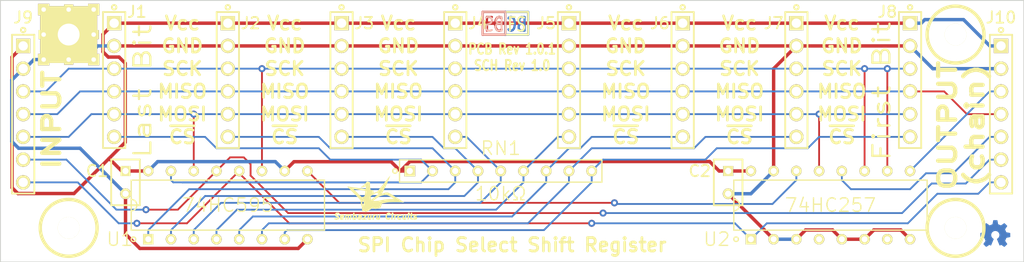
<source format=kicad_pcb>
(kicad_pcb (version 20171130) (host pcbnew "(5.1.12)-1")

  (general
    (thickness 1.5875)
    (drawings 130)
    (tracks 262)
    (zones 0)
    (modules 22)
    (nets 19)
  )

  (page USLetter)
  (title_block
    (title "SPI Shift Register 8 Device Select")
    (date 2016-02-13)
    (rev 1.0.2)
    (company "Sembazuru Circuits")
    (comment 2 "v1.0.2 - Updated component 3D shapes.")
    (comment 3 "v1.0.1 - Add labeling for output pinouts & shift bypass caps.")
    (comment 4 "v1.0 - First iteration.")
  )

  (layers
    (0 F.Cu signal)
    (31 B.Cu signal)
    (32 B.Adhes user hide)
    (33 F.Adhes user hide)
    (34 B.Paste user hide)
    (35 F.Paste user hide)
    (36 B.SilkS user hide)
    (37 F.SilkS user hide)
    (38 B.Mask user hide)
    (39 F.Mask user hide)
    (40 Dwgs.User user hide)
    (41 Cmts.User user hide)
    (42 Eco1.User user hide)
    (43 Eco2.User user hide)
    (44 Edge.Cuts user)
    (45 Margin user hide)
    (46 B.CrtYd user hide)
    (47 F.CrtYd user hide)
    (48 B.Fab user hide)
    (49 F.Fab user hide)
  )

  (setup
    (last_trace_width 0.2032)
    (trace_clearance 0.2032)
    (zone_clearance 0.2032)
    (zone_45_only yes)
    (trace_min 0.2032)
    (via_size 0.7874)
    (via_drill 0.381)
    (via_min_size 0.7874)
    (via_min_drill 0.381)
    (uvia_size 0.508)
    (uvia_drill 0.127)
    (uvias_allowed no)
    (uvia_min_size 0.508)
    (uvia_min_drill 0.127)
    (edge_width 0.1)
    (segment_width 0.2032)
    (pcb_text_width 0.3)
    (pcb_text_size 1.5 1.5)
    (mod_edge_width 0.15)
    (mod_text_size 1 1)
    (mod_text_width 0.15)
    (pad_size 1.17 1.17)
    (pad_drill 0.67)
    (pad_to_mask_clearance 0.127)
    (solder_mask_min_width 0.0762)
    (aux_axis_origin 76.2 76.2)
    (grid_origin 76.2 76.2)
    (visible_elements 7FFFFF7F)
    (pcbplotparams
      (layerselection 0x010e0_80000001)
      (usegerberextensions true)
      (usegerberattributes true)
      (usegerberadvancedattributes true)
      (creategerberjobfile true)
      (excludeedgelayer true)
      (linewidth 0.050800)
      (plotframeref false)
      (viasonmask true)
      (mode 1)
      (useauxorigin true)
      (hpglpennumber 1)
      (hpglpenspeed 20)
      (hpglpendiameter 15.000000)
      (psnegative false)
      (psa4output false)
      (plotreference true)
      (plotvalue true)
      (plotinvisibletext false)
      (padsonsilk false)
      (subtractmaskfromsilk true)
      (outputformat 1)
      (mirror false)
      (drillshape 0)
      (scaleselection 1)
      (outputdirectory "Gerbers/"))
  )

  (net 0 "")
  (net 1 VCC)
  (net 2 GND)
  (net 3 /MOSI)
  (net 4 /MISO)
  (net 5 /SCK)
  (net 6 /~CS1)
  (net 7 /~CS2)
  (net 8 /~CS3)
  (net 9 /~CS4)
  (net 10 /~CS5)
  (net 11 /~CS6)
  (net 12 /~CS7)
  (net 13 /~CS8)
  (net 14 /~rCS)
  (net 15 /~dCS)
  (net 16 /SCKdelayed)
  (net 17 /SerChain)
  (net 18 /MOSI/Ser)

  (net_class Default "This is the default net class."
    (clearance 0.2032)
    (trace_width 0.2032)
    (via_dia 0.7874)
    (via_drill 0.381)
    (uvia_dia 0.508)
    (uvia_drill 0.127)
    (add_net /MISO)
    (add_net /MOSI)
    (add_net /MOSI/Ser)
    (add_net /SCK)
    (add_net /SCKdelayed)
    (add_net /SerChain)
    (add_net /~CS1)
    (add_net /~CS2)
    (add_net /~CS3)
    (add_net /~CS4)
    (add_net /~CS5)
    (add_net /~CS6)
    (add_net /~CS7)
    (add_net /~CS8)
    (add_net /~dCS)
    (add_net /~rCS)
  )

  (net_class Power1A ""
    (clearance 0.254)
    (trace_width 0.381)
    (via_dia 0.7874)
    (via_drill 0.381)
    (uvia_dia 0.508)
    (uvia_drill 0.127)
    (add_net GND)
    (add_net VCC)
  )

  (net_class Power2A ""
    (clearance 0.254)
    (trace_width 0.889)
    (via_dia 0.7874)
    (via_drill 0.381)
    (uvia_dia 0.508)
    (uvia_drill 0.127)
  )

  (net_class Power3A ""
    (clearance 0.254)
    (trace_width 1.397)
    (via_dia 0.9144)
    (via_drill 0.508)
    (uvia_dia 0.508)
    (uvia_drill 0.127)
  )

  (net_class Power4A ""
    (clearance 0.254)
    (trace_width 2.159)
    (via_dia 1.1684)
    (via_drill 0.762)
    (uvia_dia 0.508)
    (uvia_drill 0.127)
  )

  (net_class Power5A ""
    (clearance 0.254)
    (trace_width 2.794)
    (via_dia 1.2954)
    (via_drill 0.889)
    (uvia_dia 0.508)
    (uvia_drill 0.127)
  )

  (module "ipc-7251TH Standard:MTGP635H244V8P" (layer F.Cu) (tedit 54EE93C4) (tstamp 549AF3B9)
    (at 83.82 80.01)
    (tags MTGP#2Free)
    (path /549A2FE9)
    (fp_text reference MH1 (at 0 0) (layer F.SilkS) hide
      (effects (font (size 1.5 1.5) (thickness 0.15)))
    )
    (fp_text value "#2 Free Fit" (at 0 0) (layer F.SilkS) hide
      (effects (font (size 1.5 1.5) (thickness 0.15)))
    )
    (pad 0 thru_hole rect (at 0 0 180) (size 6.35 6.35) (drill 2.4384) (layers *.Cu *.Mask F.SilkS)
      (net 2 GND) (thermal_width 2.54) (thermal_gap 0.254))
    (pad 0 thru_hole rect (at 0 2.794) (size 1.016 1.143) (drill 0.508) (layers *.Cu *.Mask F.SilkS)
      (net 2 GND))
    (pad 0 thru_hole rect (at 2.794 2.794) (size 1.27 1.27) (drill 0.508) (layers *.Cu *.Mask F.SilkS)
      (net 2 GND))
    (pad 0 thru_hole rect (at 2.794 0) (size 1.143 1.016) (drill 0.508) (layers *.Cu *.Mask F.SilkS)
      (net 2 GND))
    (pad 0 thru_hole rect (at 2.794 -2.794) (size 1.27 1.27) (drill 0.508) (layers *.Cu *.Mask F.SilkS)
      (net 2 GND))
    (pad 0 thru_hole rect (at 0 -2.794) (size 1.016 1.143) (drill 0.508) (layers *.Cu *.Mask F.SilkS)
      (net 2 GND))
    (pad 0 thru_hole rect (at -2.794 -2.794) (size 1.27 1.27) (drill 0.508) (layers *.Cu *.Mask F.SilkS)
      (net 2 GND) (thermal_width 0.254))
    (pad 0 thru_hole rect (at -2.794 0) (size 1.143 1.016) (drill 0.508) (layers *.Cu *.Mask F.SilkS)
      (net 2 GND))
    (pad 0 thru_hole rect (at -2.794 2.794) (size 1.27 1.27) (drill 0.508) (layers *.Cu *.Mask F.SilkS)
      (net 2 GND))
  )

  (module "ipc-7251TH Standard:CAPRR254W51L508T318H660P" (layer F.Cu) (tedit 54993669) (tstamp 54991751)
    (at 90.17 96.52 270)
    (descr footprints_doc/CAPRR254W51L508T318H660P.pdf)
    (tags CAPRR254W51L508T318H660)
    (path /54990510)
    (fp_text reference C1 (at -1.27 3.175) (layer F.SilkS)
      (effects (font (size 1.27 1.27) (thickness 0.2032)))
    )
    (fp_text value 0.1µF (at 0 -2.54 270) (layer F.SilkS) hide
      (effects (font (size 1.27 1.27) (thickness 0.2032)))
    )
    (fp_line (start -2.5527 1.6002) (end -2.5527 -1.6002) (layer F.SilkS) (width 0.2032))
    (fp_line (start 2.5527 1.6002) (end -2.5527 1.6002) (layer F.SilkS) (width 0.2032))
    (fp_line (start 2.5527 -1.6002) (end 2.5527 1.6002) (layer F.SilkS) (width 0.2032))
    (fp_line (start -2.5527 -1.6002) (end 2.5527 -1.6002) (layer F.SilkS) (width 0.2032))
    (fp_line (start -2.54 1.5875) (end -2.54 -1.5875) (layer Dwgs.User) (width 0.0762))
    (fp_line (start 2.54 1.5875) (end -2.54 1.5875) (layer Dwgs.User) (width 0.0762))
    (fp_line (start 2.54 -1.5875) (end 2.54 1.5875) (layer Dwgs.User) (width 0.0762))
    (fp_line (start -2.54 -1.5875) (end 2.54 -1.5875) (layer Dwgs.User) (width 0.0762))
    (fp_line (start -2.7051 1.7526) (end -2.7051 -1.7526) (layer Cmts.User) (width 0.0254))
    (fp_line (start 2.7051 1.7526) (end -2.7051 1.7526) (layer Cmts.User) (width 0.0254))
    (fp_line (start 2.7051 -1.7526) (end 2.7051 1.7526) (layer Cmts.User) (width 0.0254))
    (fp_line (start -2.7051 -1.7526) (end 2.7051 -1.7526) (layer Cmts.User) (width 0.0254))
    (pad 1 thru_hole rect (at -1.27 0 270) (size 1.12014 1.12014) (drill 0.70104) (layers *.Cu *.Mask F.SilkS)
      (net 1 VCC))
    (pad 2 thru_hole circle (at 1.27 0 270) (size 1.19888 1.19888) (drill 0.70104) (layers *.Cu *.Mask F.SilkS)
      (net 2 GND))
    (model Capacitors_ThroughHole.3dshapes/C_Disc_D3_P2.5.wrl
      (at (xyz 0 0 0))
      (scale (xyz 1 1 1))
      (rotate (xyz 0 0 0))
    )
  )

  (module "ipc-7251TH Standard:CAPRR254W51L508T318H660P" (layer F.Cu) (tedit 549936CA) (tstamp 54991757)
    (at 157.48 96.52 270)
    (descr footprints_doc/CAPRR254W51L508T318H660P.pdf)
    (tags CAPRR254W51L508T318H660)
    (path /54990590)
    (fp_text reference C2 (at -1.27 3.175) (layer F.SilkS)
      (effects (font (size 1.27 1.27) (thickness 0.2032)))
    )
    (fp_text value 0.1µF (at 0 -2.54 270) (layer F.SilkS) hide
      (effects (font (size 1.27 1.27) (thickness 0.2032)))
    )
    (fp_line (start -2.5527 1.6002) (end -2.5527 -1.6002) (layer F.SilkS) (width 0.2032))
    (fp_line (start 2.5527 1.6002) (end -2.5527 1.6002) (layer F.SilkS) (width 0.2032))
    (fp_line (start 2.5527 -1.6002) (end 2.5527 1.6002) (layer F.SilkS) (width 0.2032))
    (fp_line (start -2.5527 -1.6002) (end 2.5527 -1.6002) (layer F.SilkS) (width 0.2032))
    (fp_line (start -2.54 1.5875) (end -2.54 -1.5875) (layer Dwgs.User) (width 0.0762))
    (fp_line (start 2.54 1.5875) (end -2.54 1.5875) (layer Dwgs.User) (width 0.0762))
    (fp_line (start 2.54 -1.5875) (end 2.54 1.5875) (layer Dwgs.User) (width 0.0762))
    (fp_line (start -2.54 -1.5875) (end 2.54 -1.5875) (layer Dwgs.User) (width 0.0762))
    (fp_line (start -2.7051 1.7526) (end -2.7051 -1.7526) (layer Cmts.User) (width 0.0254))
    (fp_line (start 2.7051 1.7526) (end -2.7051 1.7526) (layer Cmts.User) (width 0.0254))
    (fp_line (start 2.7051 -1.7526) (end 2.7051 1.7526) (layer Cmts.User) (width 0.0254))
    (fp_line (start -2.7051 -1.7526) (end 2.7051 -1.7526) (layer Cmts.User) (width 0.0254))
    (pad 1 thru_hole rect (at -1.27 0 270) (size 1.12014 1.12014) (drill 0.70104) (layers *.Cu *.Mask F.SilkS)
      (net 1 VCC))
    (pad 2 thru_hole circle (at 1.27 0 270) (size 1.19888 1.19888) (drill 0.70104) (layers *.Cu *.Mask F.SilkS)
      (net 2 GND))
    (model Capacitors_ThroughHole.3dshapes/C_Disc_D3_P2.5.wrl
      (at (xyz 0 0 0))
      (scale (xyz 1 1 1))
      (rotate (xyz 0 0 0))
    )
  )

  (module "ipc-7251TH Standard:HDRV6W64P254_1X6_1524X254X1016P" (layer F.Cu) (tedit 54A377A1) (tstamp 54991761)
    (at 88.9 85.09 270)
    (descr "Header Vertical 6Pin 0.100” Pitch 1X6 Fabrication Level P(Proportional)")
    (tags HDRV6W64P254_1X6_1524X254X1016)
    (path /5498B500)
    (fp_text reference J1 (at -7.62 -2.54) (layer F.SilkS)
      (effects (font (size 1.27 1.27) (thickness 0.2032)))
    )
    (fp_text value CONN_06 (at 0 -2.54 270) (layer F.SilkS) hide
      (effects (font (size 1.27 1.27) (thickness 0.2032)))
    )
    (fp_line (start -7.747 1.397) (end -7.747 -1.397) (layer Cmts.User) (width 0.0254))
    (fp_line (start 7.747 1.397) (end -7.747 1.397) (layer Cmts.User) (width 0.0254))
    (fp_line (start 7.747 -1.397) (end 7.747 1.397) (layer Cmts.User) (width 0.0254))
    (fp_line (start -7.747 -1.397) (end 7.747 -1.397) (layer Cmts.User) (width 0.0254))
    (fp_line (start -7.62 1.27) (end -7.62 -1.27) (layer Dwgs.User) (width 0.0762))
    (fp_line (start 7.62 1.27) (end -7.62 1.27) (layer Dwgs.User) (width 0.0762))
    (fp_line (start 7.62 -1.27) (end 7.62 1.27) (layer Dwgs.User) (width 0.0762))
    (fp_line (start -7.62 -1.27) (end 7.62 -1.27) (layer Dwgs.User) (width 0.0762))
    (fp_line (start -7.5946 1.2446) (end -7.5946 -1.2446) (layer F.SilkS) (width 0.2032))
    (fp_line (start 7.5946 1.2446) (end -7.5946 1.2446) (layer F.SilkS) (width 0.2032))
    (fp_line (start 7.5946 -1.2446) (end 7.5946 1.2446) (layer F.SilkS) (width 0.2032))
    (fp_line (start -7.5946 -1.2446) (end 7.5946 -1.2446) (layer F.SilkS) (width 0.2032))
    (fp_circle (center -8.128 0) (end -8.382 0) (layer F.SilkS) (width 0.2032))
    (pad 1 thru_hole rect (at -6.35 0 270) (size 1.6002 1.6002) (drill 1.04902) (layers *.Cu *.Mask F.SilkS)
      (net 1 VCC))
    (pad 2 thru_hole circle (at -3.81 0 270) (size 1.6002 1.6002) (drill 1.04902) (layers *.Cu *.Mask F.SilkS)
      (net 2 GND))
    (pad 3 thru_hole circle (at -1.27 0 270) (size 1.6002 1.6002) (drill 1.04902) (layers *.Cu *.Mask F.SilkS)
      (net 5 /SCK))
    (pad 4 thru_hole circle (at 1.27 0 270) (size 1.6002 1.6002) (drill 1.04902) (layers *.Cu *.Mask F.SilkS)
      (net 4 /MISO))
    (pad 5 thru_hole circle (at 3.81 0 270) (size 1.6002 1.6002) (drill 1.04902) (layers *.Cu *.Mask F.SilkS)
      (net 3 /MOSI))
    (pad 6 thru_hole circle (at 6.35 0 270) (size 1.6002 1.6002) (drill 1.04902) (layers *.Cu *.Mask F.SilkS)
      (net 6 /~CS1))
    (model D:/Libraries/PublicDevelopment/KiCAD_share/MyModules/packages3d/mcad/vrml/thru/conn/samtec/tsw/07_S/samtec_TSW_106_07_G_S_XX.wrl
      (at (xyz 0 0 0))
      (scale (xyz 1 1 1))
      (rotate (xyz 0 0 0))
    )
  )

  (module "ipc-7251TH Standard:HDRV6W64P254_1X6_1524X254X1016P" (layer F.Cu) (tedit 55EA6357) (tstamp 5499176B)
    (at 101.6 85.09 270)
    (descr "Header Vertical 6Pin 0.100” Pitch 1X6 Fabrication Level P(Proportional)")
    (tags HDRV6W64P254_1X6_1524X254X1016)
    (path /5498FE9A)
    (fp_text reference J2 (at -6.35 -2.54) (layer F.SilkS)
      (effects (font (size 1.27 1.27) (thickness 0.2032)))
    )
    (fp_text value CONN_06 (at 0 -2.54 270) (layer F.SilkS) hide
      (effects (font (size 1.27 1.27) (thickness 0.2032)))
    )
    (fp_line (start -7.747 1.397) (end -7.747 -1.397) (layer Cmts.User) (width 0.0254))
    (fp_line (start 7.747 1.397) (end -7.747 1.397) (layer Cmts.User) (width 0.0254))
    (fp_line (start 7.747 -1.397) (end 7.747 1.397) (layer Cmts.User) (width 0.0254))
    (fp_line (start -7.747 -1.397) (end 7.747 -1.397) (layer Cmts.User) (width 0.0254))
    (fp_line (start -7.62 1.27) (end -7.62 -1.27) (layer Dwgs.User) (width 0.0762))
    (fp_line (start 7.62 1.27) (end -7.62 1.27) (layer Dwgs.User) (width 0.0762))
    (fp_line (start 7.62 -1.27) (end 7.62 1.27) (layer Dwgs.User) (width 0.0762))
    (fp_line (start -7.62 -1.27) (end 7.62 -1.27) (layer Dwgs.User) (width 0.0762))
    (fp_line (start -7.5946 1.2446) (end -7.5946 -1.2446) (layer F.SilkS) (width 0.2032))
    (fp_line (start 7.5946 1.2446) (end -7.5946 1.2446) (layer F.SilkS) (width 0.2032))
    (fp_line (start 7.5946 -1.2446) (end 7.5946 1.2446) (layer F.SilkS) (width 0.2032))
    (fp_line (start -7.5946 -1.2446) (end 7.5946 -1.2446) (layer F.SilkS) (width 0.2032))
    (fp_circle (center -8.128 0) (end -8.382 0) (layer F.SilkS) (width 0.2032))
    (pad 1 thru_hole rect (at -6.35 0 270) (size 1.6002 1.6002) (drill 1.04902) (layers *.Cu *.Mask F.SilkS)
      (net 1 VCC))
    (pad 2 thru_hole circle (at -3.81 0 270) (size 1.6002 1.6002) (drill 1.04902) (layers *.Cu *.Mask F.SilkS)
      (net 2 GND))
    (pad 3 thru_hole circle (at -1.27 0 270) (size 1.6002 1.6002) (drill 1.04902) (layers *.Cu *.Mask F.SilkS)
      (net 5 /SCK))
    (pad 4 thru_hole circle (at 1.27 0 270) (size 1.6002 1.6002) (drill 1.04902) (layers *.Cu *.Mask F.SilkS)
      (net 4 /MISO))
    (pad 5 thru_hole circle (at 3.81 0 270) (size 1.6002 1.6002) (drill 1.04902) (layers *.Cu *.Mask F.SilkS)
      (net 3 /MOSI))
    (pad 6 thru_hole circle (at 6.35 0 270) (size 1.6002 1.6002) (drill 1.04902) (layers *.Cu *.Mask F.SilkS)
      (net 7 /~CS2))
    (model D:/Libraries/PublicDevelopment/KiCAD_share/MyModules/packages3d/mcad/vrml/thru/conn/samtec/tsw/07_S/samtec_TSW_106_07_G_S_XX.wrl
      (at (xyz 0 0 0))
      (scale (xyz 1 1 1))
      (rotate (xyz 0 0 0))
    )
  )

  (module "ipc-7251TH Standard:HDRV6W64P254_1X6_1524X254X1016P" (layer F.Cu) (tedit 55EA6359) (tstamp 54991775)
    (at 114.3 85.09 270)
    (descr "Header Vertical 6Pin 0.100” Pitch 1X6 Fabrication Level P(Proportional)")
    (tags HDRV6W64P254_1X6_1524X254X1016)
    (path /5498FF2C)
    (fp_text reference J3 (at -6.35 -2.54) (layer F.SilkS)
      (effects (font (size 1.27 1.27) (thickness 0.2032)))
    )
    (fp_text value CONN_06 (at 0 -2.54 270) (layer F.SilkS) hide
      (effects (font (size 1.27 1.27) (thickness 0.2032)))
    )
    (fp_line (start -7.747 1.397) (end -7.747 -1.397) (layer Cmts.User) (width 0.0254))
    (fp_line (start 7.747 1.397) (end -7.747 1.397) (layer Cmts.User) (width 0.0254))
    (fp_line (start 7.747 -1.397) (end 7.747 1.397) (layer Cmts.User) (width 0.0254))
    (fp_line (start -7.747 -1.397) (end 7.747 -1.397) (layer Cmts.User) (width 0.0254))
    (fp_line (start -7.62 1.27) (end -7.62 -1.27) (layer Dwgs.User) (width 0.0762))
    (fp_line (start 7.62 1.27) (end -7.62 1.27) (layer Dwgs.User) (width 0.0762))
    (fp_line (start 7.62 -1.27) (end 7.62 1.27) (layer Dwgs.User) (width 0.0762))
    (fp_line (start -7.62 -1.27) (end 7.62 -1.27) (layer Dwgs.User) (width 0.0762))
    (fp_line (start -7.5946 1.2446) (end -7.5946 -1.2446) (layer F.SilkS) (width 0.2032))
    (fp_line (start 7.5946 1.2446) (end -7.5946 1.2446) (layer F.SilkS) (width 0.2032))
    (fp_line (start 7.5946 -1.2446) (end 7.5946 1.2446) (layer F.SilkS) (width 0.2032))
    (fp_line (start -7.5946 -1.2446) (end 7.5946 -1.2446) (layer F.SilkS) (width 0.2032))
    (fp_circle (center -8.128 0) (end -8.382 0) (layer F.SilkS) (width 0.2032))
    (pad 1 thru_hole rect (at -6.35 0 270) (size 1.6002 1.6002) (drill 1.04902) (layers *.Cu *.Mask F.SilkS)
      (net 1 VCC))
    (pad 2 thru_hole circle (at -3.81 0 270) (size 1.6002 1.6002) (drill 1.04902) (layers *.Cu *.Mask F.SilkS)
      (net 2 GND))
    (pad 3 thru_hole circle (at -1.27 0 270) (size 1.6002 1.6002) (drill 1.04902) (layers *.Cu *.Mask F.SilkS)
      (net 5 /SCK))
    (pad 4 thru_hole circle (at 1.27 0 270) (size 1.6002 1.6002) (drill 1.04902) (layers *.Cu *.Mask F.SilkS)
      (net 4 /MISO))
    (pad 5 thru_hole circle (at 3.81 0 270) (size 1.6002 1.6002) (drill 1.04902) (layers *.Cu *.Mask F.SilkS)
      (net 3 /MOSI))
    (pad 6 thru_hole circle (at 6.35 0 270) (size 1.6002 1.6002) (drill 1.04902) (layers *.Cu *.Mask F.SilkS)
      (net 8 /~CS3))
    (model D:/Libraries/PublicDevelopment/KiCAD_share/MyModules/packages3d/mcad/vrml/thru/conn/samtec/tsw/07_S/samtec_TSW_106_07_G_S_XX.wrl
      (at (xyz 0 0 0))
      (scale (xyz 1 1 1))
      (rotate (xyz 0 0 0))
    )
  )

  (module "ipc-7251TH Standard:HDRV6W64P254_1X6_1524X254X1016P" (layer F.Cu) (tedit 55EA635C) (tstamp 5499177F)
    (at 127 85.09 270)
    (descr "Header Vertical 6Pin 0.100” Pitch 1X6 Fabrication Level P(Proportional)")
    (tags HDRV6W64P254_1X6_1524X254X1016)
    (path /5498FF48)
    (fp_text reference J4 (at -6.35 -2.54) (layer F.SilkS)
      (effects (font (size 1.27 1.27) (thickness 0.2032)))
    )
    (fp_text value CONN_06 (at 0 -2.54 270) (layer F.SilkS) hide
      (effects (font (size 1.27 1.27) (thickness 0.2032)))
    )
    (fp_line (start -7.747 1.397) (end -7.747 -1.397) (layer Cmts.User) (width 0.0254))
    (fp_line (start 7.747 1.397) (end -7.747 1.397) (layer Cmts.User) (width 0.0254))
    (fp_line (start 7.747 -1.397) (end 7.747 1.397) (layer Cmts.User) (width 0.0254))
    (fp_line (start -7.747 -1.397) (end 7.747 -1.397) (layer Cmts.User) (width 0.0254))
    (fp_line (start -7.62 1.27) (end -7.62 -1.27) (layer Dwgs.User) (width 0.0762))
    (fp_line (start 7.62 1.27) (end -7.62 1.27) (layer Dwgs.User) (width 0.0762))
    (fp_line (start 7.62 -1.27) (end 7.62 1.27) (layer Dwgs.User) (width 0.0762))
    (fp_line (start -7.62 -1.27) (end 7.62 -1.27) (layer Dwgs.User) (width 0.0762))
    (fp_line (start -7.5946 1.2446) (end -7.5946 -1.2446) (layer F.SilkS) (width 0.2032))
    (fp_line (start 7.5946 1.2446) (end -7.5946 1.2446) (layer F.SilkS) (width 0.2032))
    (fp_line (start 7.5946 -1.2446) (end 7.5946 1.2446) (layer F.SilkS) (width 0.2032))
    (fp_line (start -7.5946 -1.2446) (end 7.5946 -1.2446) (layer F.SilkS) (width 0.2032))
    (fp_circle (center -8.128 0) (end -8.382 0) (layer F.SilkS) (width 0.2032))
    (pad 1 thru_hole rect (at -6.35 0 270) (size 1.6002 1.6002) (drill 1.04902) (layers *.Cu *.Mask F.SilkS)
      (net 1 VCC))
    (pad 2 thru_hole circle (at -3.81 0 270) (size 1.6002 1.6002) (drill 1.04902) (layers *.Cu *.Mask F.SilkS)
      (net 2 GND))
    (pad 3 thru_hole circle (at -1.27 0 270) (size 1.6002 1.6002) (drill 1.04902) (layers *.Cu *.Mask F.SilkS)
      (net 5 /SCK))
    (pad 4 thru_hole circle (at 1.27 0 270) (size 1.6002 1.6002) (drill 1.04902) (layers *.Cu *.Mask F.SilkS)
      (net 4 /MISO))
    (pad 5 thru_hole circle (at 3.81 0 270) (size 1.6002 1.6002) (drill 1.04902) (layers *.Cu *.Mask F.SilkS)
      (net 3 /MOSI))
    (pad 6 thru_hole circle (at 6.35 0 270) (size 1.6002 1.6002) (drill 1.04902) (layers *.Cu *.Mask F.SilkS)
      (net 9 /~CS4))
    (model D:/Libraries/PublicDevelopment/KiCAD_share/MyModules/packages3d/mcad/vrml/thru/conn/samtec/tsw/07_S/samtec_TSW_106_07_G_S_XX.wrl
      (at (xyz 0 0 0))
      (scale (xyz 1 1 1))
      (rotate (xyz 0 0 0))
    )
  )

  (module "ipc-7251TH Standard:HDRV6W64P254_1X6_1524X254X1016P" (layer F.Cu) (tedit 5499369F) (tstamp 54991789)
    (at 139.7 85.09 270)
    (descr "Header Vertical 6Pin 0.100” Pitch 1X6 Fabrication Level P(Proportional)")
    (tags HDRV6W64P254_1X6_1524X254X1016)
    (path /54990004)
    (fp_text reference J5 (at -6.35 2.54) (layer F.SilkS)
      (effects (font (size 1.27 1.27) (thickness 0.2032)))
    )
    (fp_text value CONN_06 (at 0 -2.54 270) (layer F.SilkS) hide
      (effects (font (size 1.27 1.27) (thickness 0.2032)))
    )
    (fp_line (start -7.747 1.397) (end -7.747 -1.397) (layer Cmts.User) (width 0.0254))
    (fp_line (start 7.747 1.397) (end -7.747 1.397) (layer Cmts.User) (width 0.0254))
    (fp_line (start 7.747 -1.397) (end 7.747 1.397) (layer Cmts.User) (width 0.0254))
    (fp_line (start -7.747 -1.397) (end 7.747 -1.397) (layer Cmts.User) (width 0.0254))
    (fp_line (start -7.62 1.27) (end -7.62 -1.27) (layer Dwgs.User) (width 0.0762))
    (fp_line (start 7.62 1.27) (end -7.62 1.27) (layer Dwgs.User) (width 0.0762))
    (fp_line (start 7.62 -1.27) (end 7.62 1.27) (layer Dwgs.User) (width 0.0762))
    (fp_line (start -7.62 -1.27) (end 7.62 -1.27) (layer Dwgs.User) (width 0.0762))
    (fp_line (start -7.5946 1.2446) (end -7.5946 -1.2446) (layer F.SilkS) (width 0.2032))
    (fp_line (start 7.5946 1.2446) (end -7.5946 1.2446) (layer F.SilkS) (width 0.2032))
    (fp_line (start 7.5946 -1.2446) (end 7.5946 1.2446) (layer F.SilkS) (width 0.2032))
    (fp_line (start -7.5946 -1.2446) (end 7.5946 -1.2446) (layer F.SilkS) (width 0.2032))
    (fp_circle (center -8.128 0) (end -8.382 0) (layer F.SilkS) (width 0.2032))
    (pad 1 thru_hole rect (at -6.35 0 270) (size 1.6002 1.6002) (drill 1.04902) (layers *.Cu *.Mask F.SilkS)
      (net 1 VCC))
    (pad 2 thru_hole circle (at -3.81 0 270) (size 1.6002 1.6002) (drill 1.04902) (layers *.Cu *.Mask F.SilkS)
      (net 2 GND))
    (pad 3 thru_hole circle (at -1.27 0 270) (size 1.6002 1.6002) (drill 1.04902) (layers *.Cu *.Mask F.SilkS)
      (net 5 /SCK))
    (pad 4 thru_hole circle (at 1.27 0 270) (size 1.6002 1.6002) (drill 1.04902) (layers *.Cu *.Mask F.SilkS)
      (net 4 /MISO))
    (pad 5 thru_hole circle (at 3.81 0 270) (size 1.6002 1.6002) (drill 1.04902) (layers *.Cu *.Mask F.SilkS)
      (net 3 /MOSI))
    (pad 6 thru_hole circle (at 6.35 0 270) (size 1.6002 1.6002) (drill 1.04902) (layers *.Cu *.Mask F.SilkS)
      (net 10 /~CS5))
    (model D:/Libraries/PublicDevelopment/KiCAD_share/MyModules/packages3d/mcad/vrml/thru/conn/samtec/tsw/07_S/samtec_TSW_106_07_G_S_XX.wrl
      (at (xyz 0 0 0))
      (scale (xyz 1 1 1))
      (rotate (xyz 0 0 0))
    )
  )

  (module "ipc-7251TH Standard:HDRV6W64P254_1X6_1524X254X1016P" (layer F.Cu) (tedit 549936D4) (tstamp 54991793)
    (at 152.4 85.09 270)
    (descr "Header Vertical 6Pin 0.100” Pitch 1X6 Fabrication Level P(Proportional)")
    (tags HDRV6W64P254_1X6_1524X254X1016)
    (path /54990020)
    (fp_text reference J6 (at -6.35 2.54) (layer F.SilkS)
      (effects (font (size 1.27 1.27) (thickness 0.2032)))
    )
    (fp_text value CONN_06 (at 0 -2.54 270) (layer F.SilkS) hide
      (effects (font (size 1.27 1.27) (thickness 0.2032)))
    )
    (fp_line (start -7.747 1.397) (end -7.747 -1.397) (layer Cmts.User) (width 0.0254))
    (fp_line (start 7.747 1.397) (end -7.747 1.397) (layer Cmts.User) (width 0.0254))
    (fp_line (start 7.747 -1.397) (end 7.747 1.397) (layer Cmts.User) (width 0.0254))
    (fp_line (start -7.747 -1.397) (end 7.747 -1.397) (layer Cmts.User) (width 0.0254))
    (fp_line (start -7.62 1.27) (end -7.62 -1.27) (layer Dwgs.User) (width 0.0762))
    (fp_line (start 7.62 1.27) (end -7.62 1.27) (layer Dwgs.User) (width 0.0762))
    (fp_line (start 7.62 -1.27) (end 7.62 1.27) (layer Dwgs.User) (width 0.0762))
    (fp_line (start -7.62 -1.27) (end 7.62 -1.27) (layer Dwgs.User) (width 0.0762))
    (fp_line (start -7.5946 1.2446) (end -7.5946 -1.2446) (layer F.SilkS) (width 0.2032))
    (fp_line (start 7.5946 1.2446) (end -7.5946 1.2446) (layer F.SilkS) (width 0.2032))
    (fp_line (start 7.5946 -1.2446) (end 7.5946 1.2446) (layer F.SilkS) (width 0.2032))
    (fp_line (start -7.5946 -1.2446) (end 7.5946 -1.2446) (layer F.SilkS) (width 0.2032))
    (fp_circle (center -8.128 0) (end -8.382 0) (layer F.SilkS) (width 0.2032))
    (pad 1 thru_hole rect (at -6.35 0 270) (size 1.6002 1.6002) (drill 1.04902) (layers *.Cu *.Mask F.SilkS)
      (net 1 VCC))
    (pad 2 thru_hole circle (at -3.81 0 270) (size 1.6002 1.6002) (drill 1.04902) (layers *.Cu *.Mask F.SilkS)
      (net 2 GND))
    (pad 3 thru_hole circle (at -1.27 0 270) (size 1.6002 1.6002) (drill 1.04902) (layers *.Cu *.Mask F.SilkS)
      (net 5 /SCK))
    (pad 4 thru_hole circle (at 1.27 0 270) (size 1.6002 1.6002) (drill 1.04902) (layers *.Cu *.Mask F.SilkS)
      (net 4 /MISO))
    (pad 5 thru_hole circle (at 3.81 0 270) (size 1.6002 1.6002) (drill 1.04902) (layers *.Cu *.Mask F.SilkS)
      (net 3 /MOSI))
    (pad 6 thru_hole circle (at 6.35 0 270) (size 1.6002 1.6002) (drill 1.04902) (layers *.Cu *.Mask F.SilkS)
      (net 11 /~CS6))
    (model D:/Libraries/PublicDevelopment/KiCAD_share/MyModules/packages3d/mcad/vrml/thru/conn/samtec/tsw/07_S/samtec_TSW_106_07_G_S_XX.wrl
      (at (xyz 0 0 0))
      (scale (xyz 1 1 1))
      (rotate (xyz 0 0 0))
    )
  )

  (module "ipc-7251TH Standard:HDRV6W64P254_1X6_1524X254X1016P" (layer F.Cu) (tedit 54993600) (tstamp 5499179D)
    (at 165.1 85.09 270)
    (descr "Header Vertical 6Pin 0.100” Pitch 1X6 Fabrication Level P(Proportional)")
    (tags HDRV6W64P254_1X6_1524X254X1016)
    (path /5499003C)
    (fp_text reference J7 (at -6.35 2.54) (layer F.SilkS)
      (effects (font (size 1.27 1.27) (thickness 0.2032)))
    )
    (fp_text value CONN_06 (at 0 -2.54 270) (layer F.SilkS) hide
      (effects (font (size 1.27 1.27) (thickness 0.2032)))
    )
    (fp_line (start -7.747 1.397) (end -7.747 -1.397) (layer Cmts.User) (width 0.0254))
    (fp_line (start 7.747 1.397) (end -7.747 1.397) (layer Cmts.User) (width 0.0254))
    (fp_line (start 7.747 -1.397) (end 7.747 1.397) (layer Cmts.User) (width 0.0254))
    (fp_line (start -7.747 -1.397) (end 7.747 -1.397) (layer Cmts.User) (width 0.0254))
    (fp_line (start -7.62 1.27) (end -7.62 -1.27) (layer Dwgs.User) (width 0.0762))
    (fp_line (start 7.62 1.27) (end -7.62 1.27) (layer Dwgs.User) (width 0.0762))
    (fp_line (start 7.62 -1.27) (end 7.62 1.27) (layer Dwgs.User) (width 0.0762))
    (fp_line (start -7.62 -1.27) (end 7.62 -1.27) (layer Dwgs.User) (width 0.0762))
    (fp_line (start -7.5946 1.2446) (end -7.5946 -1.2446) (layer F.SilkS) (width 0.2032))
    (fp_line (start 7.5946 1.2446) (end -7.5946 1.2446) (layer F.SilkS) (width 0.2032))
    (fp_line (start 7.5946 -1.2446) (end 7.5946 1.2446) (layer F.SilkS) (width 0.2032))
    (fp_line (start -7.5946 -1.2446) (end 7.5946 -1.2446) (layer F.SilkS) (width 0.2032))
    (fp_circle (center -8.128 0) (end -8.382 0) (layer F.SilkS) (width 0.2032))
    (pad 1 thru_hole rect (at -6.35 0 270) (size 1.6002 1.6002) (drill 1.04902) (layers *.Cu *.Mask F.SilkS)
      (net 1 VCC))
    (pad 2 thru_hole circle (at -3.81 0 270) (size 1.6002 1.6002) (drill 1.04902) (layers *.Cu *.Mask F.SilkS)
      (net 2 GND))
    (pad 3 thru_hole circle (at -1.27 0 270) (size 1.6002 1.6002) (drill 1.04902) (layers *.Cu *.Mask F.SilkS)
      (net 5 /SCK))
    (pad 4 thru_hole circle (at 1.27 0 270) (size 1.6002 1.6002) (drill 1.04902) (layers *.Cu *.Mask F.SilkS)
      (net 4 /MISO))
    (pad 5 thru_hole circle (at 3.81 0 270) (size 1.6002 1.6002) (drill 1.04902) (layers *.Cu *.Mask F.SilkS)
      (net 3 /MOSI))
    (pad 6 thru_hole circle (at 6.35 0 270) (size 1.6002 1.6002) (drill 1.04902) (layers *.Cu *.Mask F.SilkS)
      (net 12 /~CS7))
    (model D:/Libraries/PublicDevelopment/KiCAD_share/MyModules/packages3d/mcad/vrml/thru/conn/samtec/tsw/07_S/samtec_TSW_106_07_G_S_XX.wrl
      (at (xyz 0 0 0))
      (scale (xyz 1 1 1))
      (rotate (xyz 0 0 0))
    )
  )

  (module "ipc-7251TH Standard:HDRV6W64P254_1X6_1524X254X1016P" (layer F.Cu) (tedit 54A37773) (tstamp 549917A7)
    (at 177.8 85.09 270)
    (descr "Header Vertical 6Pin 0.100” Pitch 1X6 Fabrication Level P(Proportional)")
    (tags HDRV6W64P254_1X6_1524X254X1016)
    (path /54990058)
    (fp_text reference J8 (at -7.62 2.54) (layer F.SilkS)
      (effects (font (size 1.27 1.27) (thickness 0.2032)))
    )
    (fp_text value CONN_06 (at 0 -2.54 270) (layer F.SilkS) hide
      (effects (font (size 1.27 1.27) (thickness 0.2032)))
    )
    (fp_line (start -7.747 1.397) (end -7.747 -1.397) (layer Cmts.User) (width 0.0254))
    (fp_line (start 7.747 1.397) (end -7.747 1.397) (layer Cmts.User) (width 0.0254))
    (fp_line (start 7.747 -1.397) (end 7.747 1.397) (layer Cmts.User) (width 0.0254))
    (fp_line (start -7.747 -1.397) (end 7.747 -1.397) (layer Cmts.User) (width 0.0254))
    (fp_line (start -7.62 1.27) (end -7.62 -1.27) (layer Dwgs.User) (width 0.0762))
    (fp_line (start 7.62 1.27) (end -7.62 1.27) (layer Dwgs.User) (width 0.0762))
    (fp_line (start 7.62 -1.27) (end 7.62 1.27) (layer Dwgs.User) (width 0.0762))
    (fp_line (start -7.62 -1.27) (end 7.62 -1.27) (layer Dwgs.User) (width 0.0762))
    (fp_line (start -7.5946 1.2446) (end -7.5946 -1.2446) (layer F.SilkS) (width 0.2032))
    (fp_line (start 7.5946 1.2446) (end -7.5946 1.2446) (layer F.SilkS) (width 0.2032))
    (fp_line (start 7.5946 -1.2446) (end 7.5946 1.2446) (layer F.SilkS) (width 0.2032))
    (fp_line (start -7.5946 -1.2446) (end 7.5946 -1.2446) (layer F.SilkS) (width 0.2032))
    (fp_circle (center -8.128 0) (end -8.382 0) (layer F.SilkS) (width 0.2032))
    (pad 1 thru_hole rect (at -6.35 0 270) (size 1.6002 1.6002) (drill 1.04902) (layers *.Cu *.Mask F.SilkS)
      (net 1 VCC))
    (pad 2 thru_hole circle (at -3.81 0 270) (size 1.6002 1.6002) (drill 1.04902) (layers *.Cu *.Mask F.SilkS)
      (net 2 GND))
    (pad 3 thru_hole circle (at -1.27 0 270) (size 1.6002 1.6002) (drill 1.04902) (layers *.Cu *.Mask F.SilkS)
      (net 5 /SCK))
    (pad 4 thru_hole circle (at 1.27 0 270) (size 1.6002 1.6002) (drill 1.04902) (layers *.Cu *.Mask F.SilkS)
      (net 4 /MISO))
    (pad 5 thru_hole circle (at 3.81 0 270) (size 1.6002 1.6002) (drill 1.04902) (layers *.Cu *.Mask F.SilkS)
      (net 3 /MOSI))
    (pad 6 thru_hole circle (at 6.35 0 270) (size 1.6002 1.6002) (drill 1.04902) (layers *.Cu *.Mask F.SilkS)
      (net 13 /~CS8))
    (model D:/Libraries/PublicDevelopment/KiCAD_share/MyModules/packages3d/mcad/vrml/thru/conn/samtec/tsw/07_S/samtec_TSW_106_07_G_S_XX.wrl
      (at (xyz 0 0 0))
      (scale (xyz 1 1 1))
      (rotate (xyz 0 0 0))
    )
  )

  (module "ipc-7251TH Standard:HDRV7W64P254_1X7_1778X254X1016P" (layer F.Cu) (tedit 54993611) (tstamp 549917BF)
    (at 78.74 88.9 270)
    (descr "Header Vertical 7Pin 0.100” Pitch 1X6 Fabrication Level P(Proportional)")
    (tags HDRV7W64P254_1X7_1778X254X1016P)
    (path /5498B246)
    (fp_text reference J9 (at -10.795 0) (layer F.SilkS)
      (effects (font (size 1.27 1.27) (thickness 0.2032)))
    )
    (fp_text value CONN_07 (at 0 -2.54 270) (layer F.SilkS) hide
      (effects (font (size 1.27 1.27) (thickness 0.2032)))
    )
    (fp_circle (center -9.398 0) (end -9.652 0) (layer F.SilkS) (width 0.2032))
    (fp_line (start -9.017 1.397) (end -9.017 -1.397) (layer F.CrtYd) (width 0.0254))
    (fp_line (start 9.017 1.397) (end -9.017 1.397) (layer F.CrtYd) (width 0.0254))
    (fp_line (start -9.017 -1.397) (end 9.017 -1.397) (layer F.CrtYd) (width 0.0254))
    (fp_line (start -8.89 1.27) (end -8.89 -1.27) (layer F.Fab) (width 0.0762))
    (fp_line (start 8.89 1.27) (end -8.89 1.27) (layer F.Fab) (width 0.0762))
    (fp_line (start -8.89 -1.27) (end 8.89 -1.27) (layer F.Fab) (width 0.0762))
    (fp_line (start -8.8646 1.2446) (end -8.8646 -1.2446) (layer F.SilkS) (width 0.2032))
    (fp_line (start 8.8646 1.2446) (end -8.8646 1.2446) (layer F.SilkS) (width 0.2032))
    (fp_line (start -8.8646 -1.2446) (end 8.8646 -1.2446) (layer F.SilkS) (width 0.2032))
    (fp_line (start 8.8646 -1.2446) (end 8.8646 1.2446) (layer F.SilkS) (width 0.2032))
    (fp_line (start 8.89 -1.27) (end 8.89 1.27) (layer F.Fab) (width 0.0762))
    (fp_line (start 9.017 -1.397) (end 9.017 1.397) (layer F.CrtYd) (width 0.0254))
    (pad 7 thru_hole circle (at 7.62 0 270) (size 1.6002 1.6002) (drill 1.04902) (layers *.Cu *.Mask F.SilkS)
      (net 14 /~rCS))
    (pad 1 thru_hole rect (at -7.62 0 270) (size 1.6002 1.6002) (drill 1.04902) (layers *.Cu *.Mask F.SilkS)
      (net 1 VCC))
    (pad 2 thru_hole circle (at -5.08 0 270) (size 1.6002 1.6002) (drill 1.04902) (layers *.Cu *.Mask F.SilkS)
      (net 2 GND))
    (pad 3 thru_hole circle (at -2.54 0 270) (size 1.6002 1.6002) (drill 1.04902) (layers *.Cu *.Mask F.SilkS)
      (net 5 /SCK))
    (pad 4 thru_hole circle (at 0 0 270) (size 1.6002 1.6002) (drill 1.04902) (layers *.Cu *.Mask F.SilkS)
      (net 4 /MISO))
    (pad 5 thru_hole circle (at 2.54 0 270) (size 1.6002 1.6002) (drill 1.04902) (layers *.Cu *.Mask F.SilkS)
      (net 3 /MOSI))
    (pad 6 thru_hole circle (at 5.08 0 270) (size 1.6002 1.6002) (drill 1.04902) (layers *.Cu *.Mask F.SilkS)
      (net 15 /~dCS))
    (model D:/Libraries/PublicDevelopment/KiCAD_share/MyModules/packages3d/mcad/vrml/thru/conn/samtec/tsw/07_S/samtec_TSW_107_07_G_S_XX.wrl
      (at (xyz 0 0 0))
      (scale (xyz 1 1 1))
      (rotate (xyz 0 0 0))
    )
  )

  (module "ipc-7251TH Standard:HDRV7W64P254_1X7_1778X254X1016P" (layer F.Cu) (tedit 549936FF) (tstamp 549917D7)
    (at 187.96 88.9 270)
    (descr "Header Vertical 7Pin 0.100” Pitch 1X6 Fabrication Level P(Proportional)")
    (tags HDRV7W64P254_1X7_1778X254X1016P)
    (path /5498B1FD)
    (fp_text reference J10 (at -10.795 0) (layer F.SilkS)
      (effects (font (size 1.27 1.27) (thickness 0.2032)))
    )
    (fp_text value CONN_07 (at 0 -2.54 270) (layer F.SilkS) hide
      (effects (font (size 1.27 1.27) (thickness 0.2032)))
    )
    (fp_circle (center -9.398 0) (end -9.652 0) (layer F.SilkS) (width 0.2032))
    (fp_line (start -9.017 1.397) (end -9.017 -1.397) (layer F.CrtYd) (width 0.0254))
    (fp_line (start 9.017 1.397) (end -9.017 1.397) (layer F.CrtYd) (width 0.0254))
    (fp_line (start -9.017 -1.397) (end 9.017 -1.397) (layer F.CrtYd) (width 0.0254))
    (fp_line (start -8.89 1.27) (end -8.89 -1.27) (layer F.Fab) (width 0.0762))
    (fp_line (start 8.89 1.27) (end -8.89 1.27) (layer F.Fab) (width 0.0762))
    (fp_line (start -8.89 -1.27) (end 8.89 -1.27) (layer F.Fab) (width 0.0762))
    (fp_line (start -8.8646 1.2446) (end -8.8646 -1.2446) (layer F.SilkS) (width 0.2032))
    (fp_line (start 8.8646 1.2446) (end -8.8646 1.2446) (layer F.SilkS) (width 0.2032))
    (fp_line (start -8.8646 -1.2446) (end 8.8646 -1.2446) (layer F.SilkS) (width 0.2032))
    (fp_line (start 8.8646 -1.2446) (end 8.8646 1.2446) (layer F.SilkS) (width 0.2032))
    (fp_line (start 8.89 -1.27) (end 8.89 1.27) (layer F.Fab) (width 0.0762))
    (fp_line (start 9.017 -1.397) (end 9.017 1.397) (layer F.CrtYd) (width 0.0254))
    (pad 7 thru_hole circle (at 7.62 0 270) (size 1.6002 1.6002) (drill 1.04902) (layers *.Cu *.Mask F.SilkS)
      (net 14 /~rCS))
    (pad 1 thru_hole rect (at -7.62 0 270) (size 1.6002 1.6002) (drill 1.04902) (layers *.Cu *.Mask F.SilkS)
      (net 1 VCC))
    (pad 2 thru_hole circle (at -5.08 0 270) (size 1.6002 1.6002) (drill 1.04902) (layers *.Cu *.Mask F.SilkS)
      (net 2 GND))
    (pad 3 thru_hole circle (at -2.54 0 270) (size 1.6002 1.6002) (drill 1.04902) (layers *.Cu *.Mask F.SilkS)
      (net 16 /SCKdelayed))
    (pad 4 thru_hole circle (at 0 0 270) (size 1.6002 1.6002) (drill 1.04902) (layers *.Cu *.Mask F.SilkS)
      (net 4 /MISO))
    (pad 5 thru_hole circle (at 2.54 0 270) (size 1.6002 1.6002) (drill 1.04902) (layers *.Cu *.Mask F.SilkS)
      (net 18 /MOSI/Ser))
    (pad 6 thru_hole circle (at 5.08 0 270) (size 1.6002 1.6002) (drill 1.04902) (layers *.Cu *.Mask F.SilkS)
      (net 15 /~dCS))
    (model D:/Libraries/PublicDevelopment/KiCAD_share/MyModules/packages3d/mcad/vrml/thru/conn/samtec/tsw/07_S/samtec_TSW_107_07_G_S_XX.wrl
      (at (xyz 0 0 0))
      (scale (xyz 1 1 1))
      (rotate (xyz 0 0 0))
    )
  )

  (module "ipc-7251TH Standard:DIP762W52P254L2159H381Q16C" (layer F.Cu) (tedit 5499F9D2) (tstamp 549917EB)
    (at 101.6 99.06 90)
    (tags DIP762W52P254L2159H381Q16)
    (path /5498F873)
    (fp_text reference U1 (at -3.81 -12.065 180) (layer F.SilkS)
      (effects (font (size 1.5 1.5) (thickness 0.15)))
    )
    (fp_text value 74HC595 (at 0 0 180) (layer F.SilkS)
      (effects (font (size 1.5 1.5) (thickness 0.15)))
    )
    (fp_circle (center -3.81 -10.541) (end -3.556 -10.541) (layer F.SilkS) (width 0.15))
    (fp_line (start -2.794 10.795) (end -2.794 -10.795) (layer F.SilkS) (width 0.15))
    (fp_line (start 2.794 10.795) (end -2.794 10.795) (layer F.SilkS) (width 0.15))
    (fp_line (start 2.794 -10.795) (end 2.794 10.795) (layer F.SilkS) (width 0.15))
    (fp_line (start -2.794 -10.795) (end 2.794 -10.795) (layer F.SilkS) (width 0.15))
    (fp_arc (start 0 -10.795) (end 0.635 -10.795) (angle 180) (layer F.SilkS) (width 0.15))
    (pad 1 thru_hole rect (at -3.81 -8.89 90) (size 1.17 1.17) (drill 0.67) (layers *.Cu *.Mask F.SilkS)
      (net 7 /~CS2))
    (pad 2 thru_hole circle (at -3.81 -6.35 90) (size 1.17 1.17) (drill 0.67) (layers *.Cu *.Mask F.SilkS)
      (net 8 /~CS3))
    (pad 3 thru_hole circle (at -3.81 -3.81 90) (size 1.17 1.17) (drill 0.67) (layers *.Cu *.Mask F.SilkS)
      (net 9 /~CS4))
    (pad 4 thru_hole circle (at -3.81 -1.27 90) (size 1.17 1.17) (drill 0.67) (layers *.Cu *.Mask F.SilkS)
      (net 10 /~CS5))
    (pad 5 thru_hole circle (at -3.81 1.27 90) (size 1.17 1.17) (drill 0.67) (layers *.Cu *.Mask F.SilkS)
      (net 11 /~CS6))
    (pad 6 thru_hole circle (at -3.81 3.81 90) (size 1.17 1.17) (drill 0.67) (layers *.Cu *.Mask F.SilkS)
      (net 12 /~CS7))
    (pad 7 thru_hole circle (at -3.81 6.35 90) (size 1.17 1.17) (drill 0.67) (layers *.Cu *.Mask F.SilkS)
      (net 13 /~CS8))
    (pad 8 thru_hole circle (at -3.81 8.89 90) (size 1.17 1.17) (drill 0.67) (layers *.Cu *.Mask F.SilkS)
      (net 2 GND))
    (pad 9 thru_hole circle (at 3.81 8.89 90) (size 1.17 1.17) (drill 0.67) (layers *.Cu *.Mask F.SilkS)
      (net 17 /SerChain))
    (pad 10 thru_hole circle (at 3.81 6.35 90) (size 1.17 1.17) (drill 0.67) (layers *.Cu *.Mask F.SilkS)
      (net 1 VCC))
    (pad 11 thru_hole circle (at 3.81 3.81 90) (size 1.17 1.17) (drill 0.67) (layers *.Cu *.Mask F.SilkS)
      (net 5 /SCK))
    (pad 12 thru_hole circle (at 3.81 1.27 90) (size 1.17 1.17) (drill 0.67) (layers *.Cu *.Mask F.SilkS)
      (net 14 /~rCS))
    (pad 13 thru_hole circle (at 3.81 -1.27 90) (size 1.17 1.17) (drill 0.67) (layers *.Cu *.Mask F.SilkS)
      (net 15 /~dCS))
    (pad 14 thru_hole circle (at 3.81 -3.81 90) (size 1.17 1.17) (drill 0.67) (layers *.Cu *.Mask F.SilkS)
      (net 3 /MOSI))
    (pad 15 thru_hole circle (at 3.81 -6.35 90) (size 1.17 1.17) (drill 0.67) (layers *.Cu *.Mask F.SilkS)
      (net 6 /~CS1))
    (pad 16 thru_hole circle (at 3.81 -8.89 90) (size 1.17 1.17) (drill 0.67) (layers *.Cu *.Mask F.SilkS)
      (net 1 VCC) (zone_connect 0))
    (model D:/Libraries/PublicDevelopment/KiCAD_share/MyModules/packages3d/mcad/vrml/thru/dil/I300/dil16_i300.wrl
      (at (xyz 0 0 0))
      (scale (xyz 1 1 1))
      (rotate (xyz 0 0 90))
    )
  )

  (module "ipc-7251TH Standard:DIP762W52P254L2159H381Q16C" locked (layer F.Cu) (tedit 54DEB54C) (tstamp 549917FF)
    (at 168.91 99.06 90)
    (tags DIP762W52P254L2159H381Q16)
    (path /5498F8C3)
    (fp_text reference U2 (at -3.81 -12.7 180) (layer F.SilkS)
      (effects (font (size 1.5 1.5) (thickness 0.15)))
    )
    (fp_text value 74HC257 (at 0 0 180) (layer F.SilkS)
      (effects (font (size 1.5 1.5) (thickness 0.15)))
    )
    (fp_circle (center -3.81 -10.541) (end -3.556 -10.541) (layer F.SilkS) (width 0.15))
    (fp_line (start -2.794 10.795) (end -2.794 -10.795) (layer F.SilkS) (width 0.15))
    (fp_line (start 2.794 10.795) (end -2.794 10.795) (layer F.SilkS) (width 0.15))
    (fp_line (start 2.794 -10.795) (end 2.794 10.795) (layer F.SilkS) (width 0.15))
    (fp_line (start -2.794 -10.795) (end 2.794 -10.795) (layer F.SilkS) (width 0.15))
    (fp_arc (start 0 -10.795) (end 0.635 -10.795) (angle 180) (layer F.SilkS) (width 0.15))
    (pad 1 thru_hole rect (at -3.81 -8.89 90) (size 1.17 1.17) (drill 0.67) (layers *.Cu *.Mask F.SilkS)
      (net 14 /~rCS))
    (pad 2 thru_hole circle (at -3.81 -6.35 90) (size 1.17 1.17) (drill 0.67) (layers *.Cu *.Mask F.SilkS)
      (net 2 GND) (zone_connect 0))
    (pad 3 thru_hole circle (at -3.81 -3.81 90) (size 1.17 1.17) (drill 0.67) (layers *.Cu *.Mask F.SilkS)
      (net 2 GND) (zone_connect 0))
    (pad 4 thru_hole circle (at -3.81 -1.27 90) (size 1.17 1.17) (drill 0.67) (layers *.Cu *.Mask F.SilkS))
    (pad 5 thru_hole circle (at -3.81 1.27 90) (size 1.17 1.17) (drill 0.67) (layers *.Cu *.Mask F.SilkS)
      (net 2 GND) (zone_connect 0))
    (pad 6 thru_hole circle (at -3.81 3.81 90) (size 1.17 1.17) (drill 0.67) (layers *.Cu *.Mask F.SilkS)
      (net 2 GND) (zone_connect 0))
    (pad 7 thru_hole circle (at -3.81 6.35 90) (size 1.17 1.17) (drill 0.67) (layers *.Cu *.Mask F.SilkS))
    (pad 8 thru_hole circle (at -3.81 8.89 90) (size 1.17 1.17) (drill 0.67) (layers *.Cu *.Mask F.SilkS)
      (net 2 GND))
    (pad 9 thru_hole circle (at 3.81 8.89 90) (size 1.17 1.17) (drill 0.67) (layers *.Cu *.Mask F.SilkS)
      (net 16 /SCKdelayed))
    (pad 10 thru_hole circle (at 3.81 6.35 90) (size 1.17 1.17) (drill 0.67) (layers *.Cu *.Mask F.SilkS)
      (net 5 /SCK))
    (pad 11 thru_hole circle (at 3.81 3.81 90) (size 1.17 1.17) (drill 0.67) (layers *.Cu *.Mask F.SilkS)
      (net 5 /SCK))
    (pad 12 thru_hole circle (at 3.81 1.27 90) (size 1.17 1.17) (drill 0.67) (layers *.Cu *.Mask F.SilkS)
      (net 18 /MOSI/Ser))
    (pad 13 thru_hole circle (at 3.81 -1.27 90) (size 1.17 1.17) (drill 0.67) (layers *.Cu *.Mask F.SilkS)
      (net 3 /MOSI))
    (pad 14 thru_hole circle (at 3.81 -3.81 90) (size 1.17 1.17) (drill 0.67) (layers *.Cu *.Mask F.SilkS)
      (net 17 /SerChain))
    (pad 15 thru_hole circle (at 3.81 -6.35 90) (size 1.17 1.17) (drill 0.67) (layers *.Cu *.Mask F.SilkS)
      (net 2 GND))
    (pad 16 thru_hole circle (at 3.81 -8.89 90) (size 1.17 1.17) (drill 0.67) (layers *.Cu *.Mask F.SilkS)
      (net 1 VCC) (zone_connect 0))
    (model D:/Libraries/PublicDevelopment/KiCAD_share/MyModules/packages3d/mcad/vrml/thru/dil/I300/dil16_i300.wrl
      (at (xyz 0 0 0))
      (scale (xyz 1 1 1))
      (rotate (xyz 0 0 90))
    )
  )

  (module "ipc-7251TH Standard:SIP249W55P254L2261H495Q9C" (layer F.Cu) (tedit 549914C5) (tstamp 5499F64D)
    (at 132.08 95.25)
    (tags SIP249W55P254L2261H495Q9)
    (path /549942F8)
    (fp_text reference RN1 (at 0 -2.54) (layer F.SilkS)
      (effects (font (size 1.5 1.5) (thickness 0.15)))
    )
    (fp_text value 10kΩ (at 0 2.54) (layer F.SilkS)
      (effects (font (size 1.5 1.5) (thickness 0.15)))
    )
    (fp_line (start 11.303 1.2446) (end -11.303 1.2446) (layer F.SilkS) (width 0.15))
    (fp_line (start 11.303 -1.2446) (end 11.303 1.2446) (layer F.SilkS) (width 0.15))
    (fp_line (start -11.303 -1.2446) (end 11.303 -1.2446) (layer F.SilkS) (width 0.15))
    (fp_line (start -11.303 1.2446) (end -11.303 -1.2446) (layer F.SilkS) (width 0.15))
    (fp_circle (center -11.811 0) (end -11.557 0) (layer F.SilkS) (width 0.15))
    (pad 1 thru_hole rect (at -10.16 0) (size 1.2 1.2) (drill 0.7) (layers *.Cu *.Mask F.SilkS)
      (net 1 VCC))
    (pad 2 thru_hole circle (at -7.62 0) (size 1.2 1.2) (drill 0.7) (layers *.Cu *.Mask F.SilkS)
      (net 6 /~CS1))
    (pad 3 thru_hole circle (at -5.08 0) (size 1.2 1.2) (drill 0.7) (layers *.Cu *.Mask F.SilkS)
      (net 7 /~CS2))
    (pad 4 thru_hole circle (at -2.54 0) (size 1.2 1.2) (drill 0.7) (layers *.Cu *.Mask F.SilkS)
      (net 8 /~CS3))
    (pad 5 thru_hole circle (at 0 0) (size 1.2 1.2) (drill 0.7) (layers *.Cu *.Mask F.SilkS)
      (net 9 /~CS4))
    (pad 6 thru_hole circle (at 2.54 0) (size 1.2 1.2) (drill 0.7) (layers *.Cu *.Mask F.SilkS)
      (net 10 /~CS5))
    (pad 7 thru_hole circle (at 5.08 0) (size 1.2 1.2) (drill 0.7) (layers *.Cu *.Mask F.SilkS)
      (net 11 /~CS6))
    (pad 8 thru_hole circle (at 7.62 0) (size 1.2 1.2) (drill 0.7) (layers *.Cu *.Mask F.SilkS)
      (net 12 /~CS7))
    (pad 9 thru_hole circle (at 10.16 0) (size 1.2 1.2) (drill 0.7) (layers *.Cu *.Mask F.SilkS)
      (net 13 /~CS8))
    (model Resistors_ThroughHole.3dshapes/Resistor_Array_SIP8.wrl
      (at (xyz 0 0 0))
      (scale (xyz 1 1 1))
      (rotate (xyz 0 0 0))
    )
  )

  (module Logos:OSHW_03mm_copper (layer B.Cu) (tedit 54990DB3) (tstamp 549A2909)
    (at 187.325 102.235 180)
    (fp_text reference G***_2 (at 0 -1.77038 180) (layer B.SilkS) hide
      (effects (font (size 0.1524 0.1524) (thickness 0.03048)) (justify mirror))
    )
    (fp_text value LOGO (at 0 1.77038 180) (layer B.SilkS) hide
      (effects (font (size 0.1524 0.1524) (thickness 0.03048)) (justify mirror))
    )
    (fp_poly (pts (xy -1.01092 -1.4986) (xy -0.99314 -1.48844) (xy -0.95504 -1.46558) (xy -0.89916 -1.42748)
      (xy -0.83312 -1.3843) (xy -0.76708 -1.33858) (xy -0.7112 -1.30302) (xy -0.6731 -1.27762)
      (xy -0.65786 -1.27) (xy -0.65024 -1.27254) (xy -0.61722 -1.28778) (xy -0.57404 -1.31064)
      (xy -0.5461 -1.32588) (xy -0.50546 -1.34366) (xy -0.4826 -1.3462) (xy -0.48006 -1.34112)
      (xy -0.46482 -1.31064) (xy -0.44196 -1.25476) (xy -0.40894 -1.18364) (xy -0.37338 -1.09728)
      (xy -0.33528 -1.00584) (xy -0.29464 -0.9144) (xy -0.25908 -0.8255) (xy -0.22606 -0.74422)
      (xy -0.20066 -0.67818) (xy -0.18288 -0.635) (xy -0.17526 -0.61468) (xy -0.1778 -0.6096)
      (xy -0.19812 -0.58928) (xy -0.23622 -0.56388) (xy -0.31496 -0.49784) (xy -0.3937 -0.40132)
      (xy -0.43942 -0.2921) (xy -0.4572 -0.16764) (xy -0.44196 -0.05334) (xy -0.39878 0.05334)
      (xy -0.32258 0.1524) (xy -0.2286 0.22606) (xy -0.12192 0.27178) (xy 0 0.28702)
      (xy 0.1143 0.27432) (xy 0.22606 0.2286) (xy 0.32512 0.15494) (xy 0.3683 0.10668)
      (xy 0.42418 0.00762) (xy 0.4572 -0.09906) (xy 0.45974 -0.127) (xy 0.45466 -0.24384)
      (xy 0.42164 -0.3556) (xy 0.35814 -0.45466) (xy 0.27432 -0.53848) (xy 0.26162 -0.5461)
      (xy 0.22352 -0.57658) (xy 0.19558 -0.5969) (xy 0.17526 -0.61214) (xy 0.32512 -0.97282)
      (xy 0.34798 -1.0287) (xy 0.38862 -1.12776) (xy 0.42418 -1.21158) (xy 0.45466 -1.28016)
      (xy 0.47498 -1.32588) (xy 0.4826 -1.34366) (xy 0.49784 -1.3462) (xy 0.52324 -1.33604)
      (xy 0.57404 -1.31318) (xy 0.60706 -1.2954) (xy 0.64516 -1.27762) (xy 0.66294 -1.27)
      (xy 0.67818 -1.27762) (xy 0.71374 -1.30048) (xy 0.76708 -1.33604) (xy 0.83312 -1.38176)
      (xy 0.89408 -1.4224) (xy 0.94996 -1.4605) (xy 0.9906 -1.4859) (xy 1.01092 -1.49606)
      (xy 1.01346 -1.49606) (xy 1.03124 -1.4859) (xy 1.06426 -1.4605) (xy 1.11252 -1.41478)
      (xy 1.1811 -1.3462) (xy 1.19126 -1.3335) (xy 1.24968 -1.27762) (xy 1.2954 -1.22936)
      (xy 1.32588 -1.1938) (xy 1.33858 -1.17856) (xy 1.32842 -1.15824) (xy 1.30048 -1.1176)
      (xy 1.26492 -1.05918) (xy 1.2192 -0.99314) (xy 1.09982 -0.82042) (xy 1.16586 -0.65786)
      (xy 1.18618 -0.60706) (xy 1.21158 -0.5461) (xy 1.22936 -0.50292) (xy 1.23952 -0.48514)
      (xy 1.2573 -0.47752) (xy 1.30048 -0.46736) (xy 1.36652 -0.45466) (xy 1.44272 -0.43942)
      (xy 1.51638 -0.42672) (xy 1.58242 -0.41402) (xy 1.63068 -0.40386) (xy 1.65354 -0.40132)
      (xy 1.65862 -0.39624) (xy 1.6637 -0.38608) (xy 1.66624 -0.36322) (xy 1.66624 -0.32258)
      (xy 1.66878 -0.25908) (xy 1.66878 -0.16764) (xy 1.66878 -0.15748) (xy 1.66624 -0.07112)
      (xy 1.66624 0) (xy 1.6637 0.04318) (xy 1.66116 0.06096) (xy 1.6383 0.06604)
      (xy 1.59258 0.0762) (xy 1.52654 0.0889) (xy 1.4478 0.10414) (xy 1.44272 0.10668)
      (xy 1.36398 0.12192) (xy 1.2954 0.13462) (xy 1.24968 0.14478) (xy 1.2319 0.1524)
      (xy 1.22682 0.15748) (xy 1.21158 0.18796) (xy 1.18872 0.23622) (xy 1.16078 0.29718)
      (xy 1.13538 0.35814) (xy 1.11506 0.41402) (xy 1.09982 0.4572) (xy 1.09474 0.47498)
      (xy 1.10744 0.4953) (xy 1.13284 0.53594) (xy 1.17094 0.59182) (xy 1.2192 0.6604)
      (xy 1.22174 0.66548) (xy 1.26746 0.73152) (xy 1.30302 0.7874) (xy 1.32842 0.82804)
      (xy 1.33858 0.84582) (xy 1.33604 0.84836) (xy 1.32334 0.86614) (xy 1.28778 0.90424)
      (xy 1.23952 0.95504) (xy 1.1811 1.016) (xy 1.16332 1.03378) (xy 1.09728 1.09728)
      (xy 1.05156 1.13792) (xy 1.02362 1.16078) (xy 1.01092 1.16586) (xy 0.9906 1.15316)
      (xy 0.94742 1.12522) (xy 0.89154 1.08712) (xy 0.82296 1.0414) (xy 0.81788 1.03632)
      (xy 0.75184 0.9906) (xy 0.69596 0.95504) (xy 0.65786 0.9271) (xy 0.64008 0.91694)
      (xy 0.63754 0.91694) (xy 0.6096 0.92456) (xy 0.56134 0.94234) (xy 0.50292 0.9652)
      (xy 0.44196 0.9906) (xy 0.38608 1.01346) (xy 0.3429 1.03124) (xy 0.32512 1.04394)
      (xy 0.32258 1.04394) (xy 0.3175 1.06934) (xy 0.3048 1.1176) (xy 0.28956 1.18618)
      (xy 0.27432 1.27) (xy 0.27178 1.2827) (xy 0.25654 1.36144) (xy 0.24384 1.42748)
      (xy 0.23622 1.4732) (xy 0.23114 1.49098) (xy 0.21844 1.49352) (xy 0.18034 1.49606)
      (xy 0.12192 1.4986) (xy 0.0508 1.4986) (xy -0.0254 1.4986) (xy -0.09906 1.49606)
      (xy -0.16002 1.49606) (xy -0.20574 1.49098) (xy -0.22606 1.48844) (xy -0.22606 1.4859)
      (xy -0.23368 1.46304) (xy -0.24384 1.41224) (xy -0.25654 1.34366) (xy -0.27432 1.26238)
      (xy -0.27686 1.24714) (xy -0.2921 1.1684) (xy -0.3048 1.10236) (xy -0.31496 1.05664)
      (xy -0.32004 1.03886) (xy -0.32512 1.03632) (xy -0.35814 1.02108) (xy -0.41148 1.00076)
      (xy -0.47752 0.97282) (xy -0.62992 0.91186) (xy -0.81788 1.03886) (xy -0.83566 1.05156)
      (xy -0.9017 1.09728) (xy -0.95758 1.13538) (xy -0.99568 1.15824) (xy -1.01346 1.1684)
      (xy -1.03378 1.15062) (xy -1.06934 1.1176) (xy -1.12014 1.0668) (xy -1.17856 1.00838)
      (xy -1.22428 0.9652) (xy -1.27508 0.91186) (xy -1.3081 0.8763) (xy -1.32588 0.85344)
      (xy -1.33096 0.84074) (xy -1.33096 0.83058) (xy -1.31826 0.8128) (xy -1.29032 0.76962)
      (xy -1.25222 0.71374) (xy -1.2065 0.6477) (xy -1.1684 0.59182) (xy -1.12776 0.52832)
      (xy -1.10236 0.48514) (xy -1.0922 0.46228) (xy -1.09474 0.45212) (xy -1.10744 0.41656)
      (xy -1.1303 0.36068) (xy -1.15824 0.29464) (xy -1.22428 0.14732) (xy -1.3208 0.127)
      (xy -1.37922 0.11684) (xy -1.46304 0.1016) (xy -1.54178 0.08636) (xy -1.6637 0.06096)
      (xy -1.66878 -0.38862) (xy -1.64846 -0.39624) (xy -1.63068 -0.40132) (xy -1.58496 -0.41148)
      (xy -1.52146 -0.42418) (xy -1.44272 -0.43942) (xy -1.37922 -0.45212) (xy -1.31318 -0.46482)
      (xy -1.26492 -0.47244) (xy -1.2446 -0.47752) (xy -1.23952 -0.48514) (xy -1.22174 -0.51562)
      (xy -1.19888 -0.56642) (xy -1.17348 -0.62738) (xy -1.14554 -0.69088) (xy -1.12268 -0.7493)
      (xy -1.10744 -0.79502) (xy -1.09982 -0.81788) (xy -1.10998 -0.83566) (xy -1.13538 -0.87376)
      (xy -1.17094 -0.92964) (xy -1.21666 -0.99568) (xy -1.25984 -1.05918) (xy -1.29794 -1.1176)
      (xy -1.32334 -1.1557) (xy -1.33604 -1.17602) (xy -1.33096 -1.18872) (xy -1.30302 -1.2192)
      (xy -1.25476 -1.27) (xy -1.1811 -1.34366) (xy -1.1684 -1.35382) (xy -1.10998 -1.41224)
      (xy -1.06172 -1.45796) (xy -1.02616 -1.48844) (xy -1.01092 -1.4986)) (layer B.Cu) (width 0.00254))
  )

  (module Logos:crane_0.25in_silkscreen (layer F.Cu) (tedit 54990DAE) (tstamp 549A2A33)
    (at 118.11 97.79)
    (fp_text reference G*** (at 0 2.27584) (layer F.SilkS) hide
      (effects (font (size 0.23368 0.23368) (thickness 0.04572)))
    )
    (fp_text value LOGO (at 0 -2.27584) (layer F.SilkS) hide
      (effects (font (size 0.23368 0.23368) (thickness 0.04572)))
    )
    (fp_poly (pts (xy 3.17754 0.9652) (xy 3.175 0.9779) (xy 3.15722 0.98044) (xy 3.1242 0.97536)
      (xy 3.05308 0.96774) (xy 2.96164 0.96266) (xy 2.84734 0.95504) (xy 2.72034 0.9525)
      (xy 2.58064 0.94742) (xy 2.43332 0.94488) (xy 2.28092 0.94234) (xy 2.12852 0.94488)
      (xy 2.03962 0.94488) (xy 2.03962 0.58674) (xy 2.02946 0.57658) (xy 2.00152 0.55626)
      (xy 1.9558 0.52578) (xy 1.89992 0.48768) (xy 1.83642 0.44704) (xy 1.76784 0.4064)
      (xy 1.7018 0.36576) (xy 1.66878 0.34544) (xy 1.5621 0.28448) (xy 1.45542 0.23114)
      (xy 1.3589 0.18542) (xy 1.27508 0.14986) (xy 1.24714 0.14224) (xy 1.19634 0.127)
      (xy 1.15824 0.11938) (xy 1.12014 0.11938) (xy 1.0668 0.127) (xy 1.06426 0.127)
      (xy 0.98298 0.14478) (xy 0.87884 0.16764) (xy 0.75946 0.19812) (xy 0.63246 0.23114)
      (xy 0.57912 0.24892) (xy 0.54102 0.25908) (xy 0.508 0.26924) (xy 0.47498 0.28194)
      (xy 0.44196 0.29718) (xy 0.4064 0.3175) (xy 0.36068 0.34544) (xy 0.32258 0.3683)
      (xy 0.32258 0.01016) (xy 0.31496 0) (xy 0.28956 -0.01778) (xy 0.25146 -0.04064)
      (xy 0.20828 -0.05842) (xy 0.16256 -0.07366) (xy 0.14986 -0.07874) (xy 0.10414 -0.08636)
      (xy 0.06604 -0.08636) (xy 0.04064 -0.07874) (xy -0.00508 -0.05842) (xy -0.07366 -0.02286)
      (xy -0.15494 0.02286) (xy -0.254 0.08128) (xy -0.36068 0.14986) (xy -0.38354 0.1651)
      (xy -0.55118 0.27432) (xy -0.54356 0.39624) (xy -0.53594 0.49276) (xy -0.52832 0.56642)
      (xy -0.52324 0.61976) (xy -0.51816 0.65532) (xy -0.51054 0.6731) (xy -0.50546 0.67818)
      (xy -0.48514 0.67056) (xy -0.45974 0.65024) (xy -0.4572 0.6477) (xy -0.43942 0.63246)
      (xy -0.40386 0.60452) (xy -0.35306 0.56134) (xy -0.28956 0.51054) (xy -0.2159 0.44958)
      (xy -0.13208 0.38354) (xy -0.0508 0.3175) (xy 0.03048 0.25146) (xy 0.11176 0.18796)
      (xy 0.18034 0.12954) (xy 0.23876 0.08382) (xy 0.28448 0.04572) (xy 0.31242 0.02032)
      (xy 0.32258 0.01016) (xy 0.32258 0.3683) (xy 0.3048 0.381) (xy 0.23368 0.42672)
      (xy 0.14986 0.48514) (xy 0.08128 0.53086) (xy -0.00508 0.58928) (xy -0.08382 0.64262)
      (xy -0.1524 0.69088) (xy -0.21082 0.73152) (xy -0.254 0.762) (xy -0.2794 0.77978)
      (xy -0.28448 0.78486) (xy -0.27432 0.79248) (xy -0.24384 0.79756) (xy -0.19304 0.8001)
      (xy -0.12954 0.80264) (xy -0.05588 0.80264) (xy 0.02032 0.80264) (xy 0.10414 0.8001)
      (xy 0.18288 0.79502) (xy 0.25908 0.78994) (xy 0.32258 0.78232) (xy 0.35814 0.77724)
      (xy 0.42418 0.76454) (xy 0.49784 0.7493) (xy 0.5715 0.73406) (xy 0.58166 0.73152)
      (xy 0.77216 0.69088) (xy 0.97282 0.65532) (xy 1.17856 0.62738) (xy 1.38176 0.60706)
      (xy 1.5748 0.59436) (xy 1.75768 0.58928) (xy 1.87198 0.58928) (xy 1.93548 0.59182)
      (xy 1.98628 0.59182) (xy 2.02438 0.58928) (xy 2.03962 0.58928) (xy 2.03962 0.58674)
      (xy 2.03962 0.94488) (xy 1.9939 0.94488) (xy 1.84404 0.94742) (xy 1.71196 0.9525)
      (xy 1.59766 0.95504) (xy 1.4986 0.96266) (xy 1.40462 0.97028) (xy 1.31318 0.98044)
      (xy 1.22174 0.99314) (xy 1.12268 1.01092) (xy 1.01092 1.03124) (xy 0.889 1.0541)
      (xy 0.7112 1.0922) (xy 0.63754 1.3208) (xy 0.61214 1.39192) (xy 0.58928 1.45796)
      (xy 0.5715 1.50876) (xy 0.55626 1.54686) (xy 0.55118 1.55956) (xy 0.52832 1.56972)
      (xy 0.48768 1.58242) (xy 0.42926 1.6002) (xy 0.36068 1.61544) (xy 0.28448 1.63322)
      (xy 0.20574 1.651) (xy 0.12954 1.6637) (xy 0.06096 1.6764) (xy 0.00254 1.68402)
      (xy -0.03556 1.68656) (xy -0.08128 1.68402) (xy -0.12192 1.6764) (xy -0.1651 1.65862)
      (xy -0.2159 1.63322) (xy -0.3175 1.58242) (xy -0.4191 1.64846) (xy -0.4826 1.68656)
      (xy -0.55626 1.73482) (xy -0.63754 1.78308) (xy -0.7239 1.83388) (xy -0.80518 1.88468)
      (xy -0.88138 1.9304) (xy -0.94996 1.9685) (xy -1.00076 1.99644) (xy -1.03124 2.01422)
      (xy -1.08712 2.03962) (xy -1.12522 2.05486) (xy -1.15062 2.05994) (xy -1.15062 -0.2921)
      (xy -1.15062 -0.3048) (xy -1.16586 -0.30988) (xy -1.20142 -0.31496) (xy -1.2573 -0.32766)
      (xy -1.33096 -0.34036) (xy -1.41732 -0.3556) (xy -1.51384 -0.37338) (xy -1.59004 -0.38354)
      (xy -1.7653 -0.41402) (xy -1.91516 -0.43942) (xy -2.0447 -0.46228) (xy -2.15138 -0.48006)
      (xy -2.23774 -0.4953) (xy -2.30632 -0.508) (xy -2.35966 -0.51816) (xy -2.39776 -0.52324)
      (xy -2.42062 -0.52832) (xy -2.42824 -0.53086) (xy -2.45364 -0.53086) (xy -2.45618 -0.5207)
      (xy -2.44856 -0.508) (xy -2.42062 -0.48006) (xy -2.37998 -0.43688) (xy -2.3241 -0.37846)
      (xy -2.25806 -0.31242) (xy -2.18186 -0.23368) (xy -2.09804 -0.14986) (xy -2.0066 -0.05842)
      (xy -1.9812 -0.03302) (xy -1.50876 0.4318) (xy -1.397 0.36322) (xy -1.3462 0.3302)
      (xy -1.30048 0.29972) (xy -1.26746 0.2794) (xy -1.2573 0.27178) (xy -1.24206 0.25908)
      (xy -1.2319 0.23876) (xy -1.22174 0.21082) (xy -1.21412 0.1651) (xy -1.20396 0.09906)
      (xy -1.20142 0.0889) (xy -1.18364 -0.03302) (xy -1.1684 -0.12954) (xy -1.15824 -0.20574)
      (xy -1.15316 -0.25908) (xy -1.15062 -0.2921) (xy -1.15062 2.05994) (xy -1.15316 2.05994)
      (xy -1.17348 2.05486) (xy -1.17856 2.05232) (xy -1.19634 2.032) (xy -1.21412 1.99898)
      (xy -1.21666 1.99136) (xy -1.22682 1.9558) (xy -1.23444 1.9304) (xy -1.23698 1.92532)
      (xy -1.24714 1.92024) (xy -1.27762 1.9304) (xy -1.29794 1.94056) (xy -1.29794 0.77216)
      (xy -1.31064 0.77216) (xy -1.3335 0.78232) (xy -1.36398 0.80264) (xy -1.397 0.83312)
      (xy -1.43002 0.86614) (xy -1.45796 0.9017) (xy -1.4732 0.92202) (xy -1.50622 0.98044)
      (xy -1.46558 1.14046) (xy -1.44526 1.21412) (xy -1.43256 1.26492) (xy -1.4224 1.30048)
      (xy -1.41732 1.3208) (xy -1.41224 1.33096) (xy -1.40716 1.3335) (xy -1.40208 1.3335)
      (xy -1.397 1.3208) (xy -1.38938 1.28778) (xy -1.37922 1.23444) (xy -1.36652 1.1684)
      (xy -1.35128 1.08966) (xy -1.34874 1.07188) (xy -1.33604 0.99314) (xy -1.32334 0.91948)
      (xy -1.31318 0.85852) (xy -1.30556 0.81534) (xy -1.30048 0.79248) (xy -1.29794 0.77216)
      (xy -1.29794 1.94056) (xy -1.30556 1.9431) (xy -1.35382 1.96342) (xy -1.39954 1.97612)
      (xy -1.4224 1.9812) (xy -1.45288 1.97612) (xy -1.47574 1.96342) (xy -1.49606 1.93802)
      (xy -1.50876 1.89738) (xy -1.51892 1.83642) (xy -1.52654 1.75514) (xy -1.53162 1.67386)
      (xy -1.53416 1.59512) (xy -1.53924 1.5367) (xy -1.54432 1.48844) (xy -1.55448 1.44272)
      (xy -1.56718 1.39446) (xy -1.5875 1.33604) (xy -1.6002 1.30048) (xy -1.63068 1.21158)
      (xy -1.651 1.143) (xy -1.6637 1.08966) (xy -1.66878 1.04648) (xy -1.66878 1.00838)
      (xy -1.66116 0.97282) (xy -1.65608 0.95504) (xy -1.63322 0.889) (xy -1.6891 0.77978)
      (xy -1.71704 0.72644) (xy -1.74498 0.67818) (xy -1.76784 0.64262) (xy -1.77546 0.63246)
      (xy -1.7907 0.61722) (xy -1.82118 0.5842) (xy -1.86944 0.53594) (xy -1.92786 0.47498)
      (xy -1.99898 0.40132) (xy -2.08026 0.3175) (xy -2.16916 0.22606) (xy -2.26568 0.127)
      (xy -2.36474 0.0254) (xy -2.50698 -0.11684) (xy -2.6289 -0.24384) (xy -2.73812 -0.35306)
      (xy -2.82956 -0.44704) (xy -2.9083 -0.52832) (xy -2.97434 -0.59436) (xy -3.02768 -0.65024)
      (xy -3.07086 -0.69596) (xy -3.10642 -0.73152) (xy -3.13182 -0.75946) (xy -3.1496 -0.77978)
      (xy -3.1623 -0.79502) (xy -3.16738 -0.80518) (xy -3.16992 -0.81026) (xy -3.16992 -0.8128)
      (xy -3.16992 -0.81534) (xy -3.16738 -0.81534) (xy -3.1496 -0.81788) (xy -3.11404 -0.81534)
      (xy -3.0861 -0.81026) (xy -3.05562 -0.80518) (xy -3.00228 -0.79756) (xy -2.93116 -0.7874)
      (xy -2.84734 -0.7747) (xy -2.75082 -0.762) (xy -2.65176 -0.74676) (xy -2.6289 -0.74422)
      (xy -2.44094 -0.71882) (xy -2.25552 -0.69342) (xy -2.08026 -0.66802) (xy -1.91516 -0.64516)
      (xy -1.76276 -0.6223) (xy -1.62306 -0.60198) (xy -1.50368 -0.5842) (xy -1.40208 -0.56896)
      (xy -1.32334 -0.55626) (xy -1.2827 -0.54864) (xy -1.22174 -0.54102) (xy -1.17094 -0.5334)
      (xy -1.13792 -0.53086) (xy -1.12268 -0.5334) (xy -1.1176 -0.54864) (xy -1.11252 -0.5842)
      (xy -1.1049 -0.63246) (xy -1.09728 -0.6858) (xy -1.08966 -0.7366) (xy -1.08712 -0.78232)
      (xy -1.08458 -0.80772) (xy -1.08712 -0.82042) (xy -1.0922 -0.82804) (xy -1.10236 -0.83058)
      (xy -1.12522 -0.82804) (xy -1.16332 -0.81534) (xy -1.2192 -0.79756) (xy -1.2954 -0.77216)
      (xy -1.3081 -0.76962) (xy -1.38938 -0.74422) (xy -1.47066 -0.7239) (xy -1.5367 -0.7112)
      (xy -1.55194 -0.70866) (xy -1.60274 -0.70612) (xy -1.63068 -0.70612) (xy -1.64338 -0.7112)
      (xy -1.64846 -0.72136) (xy -1.64846 -0.72644) (xy -1.6383 -0.74422) (xy -1.61036 -0.76962)
      (xy -1.5621 -0.80264) (xy -1.50622 -0.84074) (xy -1.4478 -0.8763) (xy -1.40208 -0.90678)
      (xy -1.36652 -0.93218) (xy -1.3335 -0.96012) (xy -1.30302 -0.9906) (xy -1.26746 -1.03124)
      (xy -1.22174 -1.08204) (xy -1.1811 -1.1303) (xy -1.13284 -1.18872) (xy -1.08712 -1.24206)
      (xy -1.04648 -1.28524) (xy -1.016 -1.31826) (xy -1.00838 -1.32588) (xy -0.96774 -1.36398)
      (xy -0.82042 -1.33604) (xy -0.73914 -1.31826) (xy -0.67818 -1.30048) (xy -0.64262 -1.28524)
      (xy -0.6223 -1.26492) (xy -0.61976 -1.2446) (xy -0.61976 -1.23698) (xy -0.62738 -1.21158)
      (xy -0.63246 -1.1811) (xy -0.635 -1.143) (xy -0.635 -1.09728) (xy -0.635 -1.0414)
      (xy -0.62992 -0.97028) (xy -0.62484 -0.88392) (xy -0.61468 -0.77724) (xy -0.60198 -0.65024)
      (xy -0.58928 -0.52832) (xy -0.58166 -0.43688) (xy -0.51562 -0.42164) (xy -0.46736 -0.41148)
      (xy -0.40894 -0.40132) (xy -0.3556 -0.39116) (xy -0.31496 -0.38608) (xy -0.28956 -0.37846)
      (xy -0.26924 -0.3683) (xy -0.25908 -0.35052) (xy -0.24892 -0.3175) (xy -0.2413 -0.26924)
      (xy -0.23368 -0.19812) (xy -0.22606 -0.14478) (xy -0.21844 -0.10414) (xy -0.21336 -0.08128)
      (xy -0.21082 -0.0762) (xy -0.19812 -0.08382) (xy -0.16764 -0.1016) (xy -0.12446 -0.12446)
      (xy -0.09906 -0.1397) (xy -0.04064 -0.17018) (xy 0.00254 -0.1905) (xy 0.04572 -0.2032)
      (xy 0.07874 -0.20574) (xy 0.15748 -0.21082) (xy 0.27686 -0.35814) (xy 0.32258 -0.41148)
      (xy 0.37846 -0.4826) (xy 0.44196 -0.56134) (xy 0.51054 -0.64516) (xy 0.57404 -0.72644)
      (xy 0.59436 -0.7493) (xy 0.75438 -0.94996) (xy 0.89662 -1.1303) (xy 1.02616 -1.29286)
      (xy 1.14046 -1.4351) (xy 1.24206 -1.5621) (xy 1.32842 -1.66878) (xy 1.40462 -1.76276)
      (xy 1.46812 -1.83896) (xy 1.51892 -1.90246) (xy 1.55956 -1.95326) (xy 1.59258 -1.98882)
      (xy 1.6129 -2.01168) (xy 1.6256 -2.02438) (xy 1.63068 -2.02692) (xy 1.62814 -2.00914)
      (xy 1.6129 -1.9685) (xy 1.59004 -1.90246) (xy 1.55448 -1.8161) (xy 1.5113 -1.70942)
      (xy 1.45796 -1.57988) (xy 1.397 -1.43002) (xy 1.32588 -1.26238) (xy 1.30048 -1.20396)
      (xy 1.27 -1.1303) (xy 1.22682 -1.03632) (xy 1.17348 -0.92964) (xy 1.11252 -0.80772)
      (xy 1.04648 -0.67564) (xy 0.97536 -0.53848) (xy 0.9017 -0.39878) (xy 0.82804 -0.25908)
      (xy 0.79756 -0.2032) (xy 0.762 -0.13716) (xy 0.73406 -0.07874) (xy 0.7112 -0.03556)
      (xy 0.69596 -0.00508) (xy 0.69342 0.00254) (xy 0.70358 0.01016) (xy 0.7239 0.01016)
      (xy 0.73914 0) (xy 0.75692 -0.00762) (xy 0.79502 -0.0254) (xy 0.84836 -0.04572)
      (xy 0.90932 -0.06858) (xy 0.97536 -0.09398) (xy 1.03886 -0.1143) (xy 1.05156 -0.11938)
      (xy 1.14554 -0.14224) (xy 1.2446 -0.14986) (xy 1.24968 -0.14986) (xy 1.29286 -0.14986)
      (xy 1.32842 -0.14478) (xy 1.36144 -0.1397) (xy 1.39954 -0.12446) (xy 1.4478 -0.10414)
      (xy 1.50622 -0.0762) (xy 1.57988 -0.0381) (xy 1.66116 0.00508) (xy 1.7399 0.04826)
      (xy 1.78562 0.0762) (xy 1.87706 0.13208) (xy 1.98374 0.20066) (xy 2.10566 0.27686)
      (xy 2.23774 0.36068) (xy 2.3749 0.44704) (xy 2.5146 0.53594) (xy 2.6543 0.6223)
      (xy 2.78638 0.70612) (xy 2.83718 0.73914) (xy 2.921 0.78994) (xy 2.9972 0.84074)
      (xy 3.06324 0.88392) (xy 3.11658 0.91948) (xy 3.15468 0.94742) (xy 3.175 0.96266)
      (xy 3.17754 0.9652)) (layer F.SilkS) (width 0.00254))
  )

  (module "ipc-7251TH Standard:MTGNP635H244Z635P" (layer F.Cu) (tedit 549A5FC8) (tstamp 549AF3BE)
    (at 182.88 80.01)
    (tags MTGNP#2Free)
    (path /549A3013)
    (fp_text reference MH2 (at 0 0) (layer F.SilkS) hide
      (effects (font (size 1.5 1.5) (thickness 0.15)))
    )
    (fp_text value "#2 Free Fit" (at 0 0) (layer F.SilkS) hide
      (effects (font (size 1.5 1.5) (thickness 0.15)))
    )
    (fp_circle (center 0 0) (end 0 3.175) (layer F.SilkS) (width 0.381))
    (pad "" np_thru_hole circle (at 0 0) (size 2.44 2.44) (drill 2.44) (layers *.Cu *.Mask F.SilkS)
      (clearance 1.995))
  )

  (module "ipc-7251TH Standard:MTGNP635H244Z635P" (layer F.Cu) (tedit 549A5FC8) (tstamp 549AF3C3)
    (at 83.82 101.6)
    (tags MTGNP#2Free)
    (path /549A32DE)
    (fp_text reference MH3 (at 0 0) (layer F.SilkS) hide
      (effects (font (size 1.5 1.5) (thickness 0.15)))
    )
    (fp_text value "#2 Free Fit" (at 0 0) (layer F.SilkS) hide
      (effects (font (size 1.5 1.5) (thickness 0.15)))
    )
    (fp_circle (center 0 0) (end 0 3.175) (layer F.SilkS) (width 0.381))
    (pad "" np_thru_hole circle (at 0 0) (size 2.44 2.44) (drill 2.44) (layers *.Cu *.Mask F.SilkS)
      (clearance 1.995))
  )

  (module "ipc-7251TH Standard:MTGNP635H244Z635P" (layer F.Cu) (tedit 549A5FC8) (tstamp 549AF3C8)
    (at 182.88 101.6)
    (tags MTGNP#2Free)
    (path /549A330E)
    (fp_text reference MH4 (at 0 0) (layer F.SilkS) hide
      (effects (font (size 1.5 1.5) (thickness 0.15)))
    )
    (fp_text value "#2 Free Fit" (at 0 0) (layer F.SilkS) hide
      (effects (font (size 1.5 1.5) (thickness 0.15)))
    )
    (fp_circle (center 0 0) (end 0 3.175) (layer F.SilkS) (width 0.381))
    (pad "" np_thru_hole circle (at 0 0) (size 2.44 2.44) (drill 2.44) (layers *.Cu *.Mask F.SilkS)
      (clearance 1.995))
  )

  (module "Misc Unsorted New:LayerIcon02" (layer F.Cu) (tedit 5434ABEF) (tstamp 54A44B95)
    (at 131.331 78.7527)
    (fp_text reference LayerIcon02 (at 0 1.016) (layer F.SilkS) hide
      (effects (font (size 0.127 0.127) (thickness 0.0254)))
    )
    (fp_text value VAL** (at 0 -1.016) (layer F.SilkS) hide
      (effects (font (size 0.127 0.127) (thickness 0.0254)))
    )
    (fp_line (start -1.27 -1.27) (end -1.27 1.27) (layer B.SilkS) (width 0.2032))
    (fp_line (start 1.27 -1.27) (end -1.27 -1.27) (layer B.SilkS) (width 0.2032))
    (fp_line (start 1.27 1.27) (end 1.27 -1.27) (layer B.SilkS) (width 0.2032))
    (fp_line (start -1.27 1.27) (end 1.27 1.27) (layer B.SilkS) (width 0.2032))
    (fp_line (start 1.27 1.27) (end 3.81 1.27) (layer F.SilkS) (width 0.2032))
    (fp_line (start 1.27 1.27) (end 1.27 -1.27) (layer F.SilkS) (width 0.2032))
    (fp_line (start 3.81 -1.27) (end 1.27 -1.27) (layer F.SilkS) (width 0.2032))
    (fp_line (start 3.81 -1.27) (end 3.81 1.27) (layer F.SilkS) (width 0.2032))
    (fp_line (start 1.27 1.27) (end 1.27 -1.27) (layer B.Cu) (width 0.254))
    (fp_line (start 3.81 1.27) (end 1.27 1.27) (layer B.Cu) (width 0.254))
    (fp_line (start 3.81 -1.27) (end 3.81 1.27) (layer B.Cu) (width 0.254))
    (fp_line (start 1.27 -1.27) (end 3.81 -1.27) (layer B.Cu) (width 0.254))
    (fp_line (start -1.27 1.27) (end -1.27 -1.27) (layer F.Cu) (width 0.254))
    (fp_line (start 1.27 1.27) (end -1.27 1.27) (layer F.Cu) (width 0.254))
    (fp_line (start 1.27 -1.27) (end 1.27 1.27) (layer F.Cu) (width 0.254))
    (fp_line (start -1.27 -1.27) (end 1.27 -1.27) (layer F.Cu) (width 0.254))
    (fp_text user FC (at 0 0.127) (layer F.Cu)
      (effects (font (size 1.524 1.143) (thickness 0.254)))
    )
    (fp_text user BC (at 2.54 0.127) (layer B.Cu)
      (effects (font (size 1.524 1.143) (thickness 0.254)) (justify mirror))
    )
    (fp_text user FS (at 2.54 0.127) (layer F.SilkS)
      (effects (font (size 1.524 1.143) (thickness 0.2032)))
    )
    (fp_text user BS (at 0 0.127) (layer B.SilkS)
      (effects (font (size 1.524 1.143) (thickness 0.2032)) (justify mirror))
    )
  )

  (gr_text Vcc (at 158.75 78.74) (layer F.SilkS) (tstamp 55EA63A7)
    (effects (font (size 1.5 1.5) (thickness 0.3)))
  )
  (gr_text GND (at 158.75 81.28) (layer F.SilkS) (tstamp 55EA63A6)
    (effects (font (size 1.5 1.5) (thickness 0.3)))
  )
  (gr_text SCK (at 158.75 83.82) (layer F.SilkS) (tstamp 55EA63A5)
    (effects (font (size 1.5 1.5) (thickness 0.3)))
  )
  (gr_text MISO (at 158.75 86.36) (layer F.SilkS) (tstamp 55EA63A4)
    (effects (font (size 1.5 1.5) (thickness 0.3)))
  )
  (gr_text MOSI (at 158.75 88.9) (layer F.SilkS) (tstamp 55EA63A3)
    (effects (font (size 1.5 1.5) (thickness 0.3)))
  )
  (gr_text ~CS (at 158.75 91.44) (layer F.SilkS) (tstamp 55EA63A2)
    (effects (font (size 1.5 1.5) (thickness 0.3)))
  )
  (gr_text ~CS (at 107.95 91.44) (layer F.SilkS) (tstamp 55EA63A1)
    (effects (font (size 1.5 1.5) (thickness 0.3)))
  )
  (gr_text MOSI (at 107.95 88.9) (layer F.SilkS) (tstamp 55EA63A0)
    (effects (font (size 1.5 1.5) (thickness 0.3)))
  )
  (gr_text MISO (at 107.95 86.36) (layer F.SilkS) (tstamp 55EA639F)
    (effects (font (size 1.5 1.5) (thickness 0.3)))
  )
  (gr_text SCK (at 107.95 83.82) (layer F.SilkS) (tstamp 55EA639E)
    (effects (font (size 1.5 1.5) (thickness 0.3)))
  )
  (gr_text GND (at 107.95 81.28) (layer F.SilkS) (tstamp 55EA639D)
    (effects (font (size 1.5 1.5) (thickness 0.3)))
  )
  (gr_text Vcc (at 107.95 78.74) (layer F.SilkS) (tstamp 55EA639C)
    (effects (font (size 1.5 1.5) (thickness 0.3)))
  )
  (gr_text ~CS (at 96.52 91.44) (layer F.SilkS) (tstamp 55EA6356)
    (effects (font (size 1.5 1.5) (thickness 0.3)))
  )
  (gr_text MOSI (at 96.52 88.9) (layer F.SilkS) (tstamp 55EA6355)
    (effects (font (size 1.5 1.5) (thickness 0.3)))
  )
  (gr_text MISO (at 96.52 86.36) (layer F.SilkS) (tstamp 55EA6354)
    (effects (font (size 1.5 1.5) (thickness 0.3)))
  )
  (gr_text SCK (at 96.52 83.82) (layer F.SilkS) (tstamp 55EA6353)
    (effects (font (size 1.5 1.5) (thickness 0.3)))
  )
  (gr_text GND (at 96.52 81.28) (layer F.SilkS) (tstamp 55EA6352)
    (effects (font (size 1.5 1.5) (thickness 0.3)))
  )
  (gr_text Vcc (at 96.52 78.74) (layer F.SilkS) (tstamp 55EA6351)
    (effects (font (size 1.5 1.5) (thickness 0.3)))
  )
  (gr_text Vcc (at 120.65 78.74) (layer F.SilkS) (tstamp 55EA6343)
    (effects (font (size 1.5 1.5) (thickness 0.3)))
  )
  (gr_text GND (at 120.65 81.28) (layer F.SilkS) (tstamp 55EA6342)
    (effects (font (size 1.5 1.5) (thickness 0.3)))
  )
  (gr_text SCK (at 120.65 83.82) (layer F.SilkS) (tstamp 55EA6341)
    (effects (font (size 1.5 1.5) (thickness 0.3)))
  )
  (gr_text MISO (at 120.65 86.36) (layer F.SilkS) (tstamp 55EA6340)
    (effects (font (size 1.5 1.5) (thickness 0.3)))
  )
  (gr_text MOSI (at 120.65 88.9) (layer F.SilkS) (tstamp 55EA633F)
    (effects (font (size 1.5 1.5) (thickness 0.3)))
  )
  (gr_text ~CS (at 120.65 91.44) (layer F.SilkS) (tstamp 55EA633E)
    (effects (font (size 1.5 1.5) (thickness 0.3)))
  )
  (gr_text Vcc (at 170.18 78.74) (layer F.SilkS) (tstamp 55EA630C)
    (effects (font (size 1.5 1.5) (thickness 0.3)))
  )
  (gr_text GND (at 170.18 81.28) (layer F.SilkS) (tstamp 55EA630B)
    (effects (font (size 1.5 1.5) (thickness 0.3)))
  )
  (gr_text SCK (at 170.18 83.82) (layer F.SilkS) (tstamp 55EA630A)
    (effects (font (size 1.5 1.5) (thickness 0.3)))
  )
  (gr_text MISO (at 170.18 86.36) (layer F.SilkS) (tstamp 55EA6309)
    (effects (font (size 1.5 1.5) (thickness 0.3)))
  )
  (gr_text MOSI (at 170.18 88.9) (layer F.SilkS) (tstamp 55EA6308)
    (effects (font (size 1.5 1.5) (thickness 0.3)))
  )
  (gr_text ~CS (at 170.18 91.44) (layer F.SilkS) (tstamp 55EA6307)
    (effects (font (size 1.5 1.5) (thickness 0.3)))
  )
  (gr_text ~CS (at 146.05 91.44) (layer F.SilkS) (tstamp 55EA627B)
    (effects (font (size 1.5 1.5) (thickness 0.3)))
  )
  (gr_text MOSI (at 146.05 88.9) (layer F.SilkS) (tstamp 55EA627A)
    (effects (font (size 1.5 1.5) (thickness 0.3)))
  )
  (gr_text MISO (at 146.05 86.36) (layer F.SilkS) (tstamp 55EA6279)
    (effects (font (size 1.5 1.5) (thickness 0.3)))
  )
  (gr_text SCK (at 146.05 83.82) (layer F.SilkS) (tstamp 55EA6278)
    (effects (font (size 1.5 1.5) (thickness 0.3)))
  )
  (gr_text GND (at 146.05 81.28) (layer F.SilkS) (tstamp 55EA6277)
    (effects (font (size 1.5 1.5) (thickness 0.3)))
  )
  (gr_text Vcc (at 146.05 78.74) (layer F.SilkS) (tstamp 55EA6276)
    (effects (font (size 1.5 1.5) (thickness 0.3)))
  )
  (gr_text "PCB Rev 1.0.1\nSCH Rev 1.0" (at 133.35 82.55) (layer F.SilkS)
    (effects (font (size 1.143 0.889) (thickness 0.22225)))
  )
  (gr_text "SPI Chip Select Shift Register" (at 133.35 103.505) (layer F.SilkS)
    (effects (font (size 1.5 1.5) (thickness 0.3)))
  )
  (gr_text "Sembazuru Circuits" (at 118.11 100.33) (layer F.SilkS)
    (effects (font (size 0.635 0.635) (thickness 0.15875) italic))
  )
  (gr_text "First Bit" (at 174.625 86.36 90) (layer F.SilkS)
    (effects (font (size 1.905 2.54) (thickness 0.254)))
  )
  (gr_text "Last Bit" (at 92.075 86.36 90) (layer F.SilkS)
    (effects (font (size 1.905 2.54) (thickness 0.254)))
  )
  (gr_text "OUTPUT\n(chain)" (at 183.515 90.17 90) (layer F.SilkS)
    (effects (font (size 1.905 2.54) (thickness 0.47625)))
  )
  (gr_text INPUT (at 81.915 89.535 90) (layer F.SilkS)
    (effects (font (size 1.905 2.54) (thickness 0.47625)))
  )
  (dimension 29.21 (width 0.3) (layer Dwgs.User)
    (gr_text "1.1500 in" (at 58.34 90.805 90) (layer Dwgs.User)
      (effects (font (size 1.5 1.5) (thickness 0.3)))
    )
    (feature1 (pts (xy 75.565 76.2) (xy 56.99 76.2)))
    (feature2 (pts (xy 75.565 105.41) (xy 56.99 105.41)))
    (crossbar (pts (xy 59.69 105.41) (xy 59.69 76.2)))
    (arrow1a (pts (xy 59.69 76.2) (xy 60.276421 77.326504)))
    (arrow1b (pts (xy 59.69 76.2) (xy 59.103579 77.326504)))
    (arrow2a (pts (xy 59.69 105.41) (xy 60.276421 104.283496)))
    (arrow2b (pts (xy 59.69 105.41) (xy 59.103579 104.283496)))
  )
  (dimension 25.4 (width 0.3) (layer Dwgs.User)
    (gr_text "1.0000 in" (at 61.515 88.9 90) (layer Dwgs.User)
      (effects (font (size 1.5 1.5) (thickness 0.3)))
    )
    (feature1 (pts (xy 75.565 76.2) (xy 60.165 76.2)))
    (feature2 (pts (xy 75.565 101.6) (xy 60.165 101.6)))
    (crossbar (pts (xy 62.865 101.6) (xy 62.865 76.2)))
    (arrow1a (pts (xy 62.865 76.2) (xy 63.451421 77.326504)))
    (arrow1b (pts (xy 62.865 76.2) (xy 62.278579 77.326504)))
    (arrow2a (pts (xy 62.865 101.6) (xy 63.451421 100.473496)))
    (arrow2b (pts (xy 62.865 101.6) (xy 62.278579 100.473496)))
  )
  (dimension 5.08 (width 0.3) (layer Dwgs.User)
    (gr_text "0.2000 in" (at 66.04 69.85 90) (layer Dwgs.User)
      (effects (font (size 1.5 1.5) (thickness 0.3)))
    )
    (feature1 (pts (xy 75.565 76.2) (xy 63.34 76.2)))
    (feature2 (pts (xy 75.565 81.28) (xy 63.34 81.28)))
    (crossbar (pts (xy 66.04 81.28) (xy 66.04 76.2)))
    (arrow1a (pts (xy 66.04 76.2) (xy 66.626421 77.326504)))
    (arrow1b (pts (xy 66.04 76.2) (xy 65.453579 77.326504)))
    (arrow2a (pts (xy 66.04 81.28) (xy 66.626421 80.153496)))
    (arrow2b (pts (xy 66.04 81.28) (xy 65.453579 80.153496)))
  )
  (dimension 3.81 (width 0.3) (layer Dwgs.User)
    (gr_text "0.1500 in" (at 69.215 69.85 90) (layer Dwgs.User)
      (effects (font (size 1.5 1.5) (thickness 0.3)))
    )
    (feature1 (pts (xy 75.565 76.2) (xy 66.515 76.2)))
    (feature2 (pts (xy 75.565 80.01) (xy 66.515 80.01)))
    (crossbar (pts (xy 69.215 80.01) (xy 69.215 76.2)))
    (arrow1a (pts (xy 69.215 76.2) (xy 69.801421 77.326504)))
    (arrow1b (pts (xy 69.215 76.2) (xy 68.628579 77.326504)))
    (arrow2a (pts (xy 69.215 80.01) (xy 69.801421 78.883496)))
    (arrow2b (pts (xy 69.215 80.01) (xy 68.628579 78.883496)))
  )
  (dimension 2.54 (width 0.3) (layer Dwgs.User)
    (gr_text "0.1000 in" (at 73.025 69.85 90) (layer Dwgs.User)
      (effects (font (size 1.5 1.5) (thickness 0.3)))
    )
    (feature1 (pts (xy 75.565 76.2) (xy 70.325 76.2)))
    (feature2 (pts (xy 75.565 78.74) (xy 70.325 78.74)))
    (crossbar (pts (xy 73.025 78.74) (xy 73.025 76.2)))
    (arrow1a (pts (xy 73.025 76.2) (xy 73.611421 77.326504)))
    (arrow1b (pts (xy 73.025 76.2) (xy 72.438579 77.326504)))
    (arrow2a (pts (xy 73.025 78.74) (xy 73.611421 77.613496)))
    (arrow2b (pts (xy 73.025 78.74) (xy 72.438579 77.613496)))
  )
  (dimension 114.3 (width 0.3) (layer Dwgs.User)
    (gr_text "4.5000 in" (at 133.35 148.669999) (layer Dwgs.User)
      (effects (font (size 1.5 1.5) (thickness 0.3)))
    )
    (feature1 (pts (xy 190.5 106.045) (xy 190.5 150.019999)))
    (feature2 (pts (xy 76.2 106.045) (xy 76.2 150.019999)))
    (crossbar (pts (xy 76.2 147.319999) (xy 190.5 147.319999)))
    (arrow1a (pts (xy 190.5 147.319999) (xy 189.373496 147.90642)))
    (arrow1b (pts (xy 190.5 147.319999) (xy 189.373496 146.733578)))
    (arrow2a (pts (xy 76.2 147.319999) (xy 77.326504 147.90642)))
    (arrow2b (pts (xy 76.2 147.319999) (xy 77.326504 146.733578)))
  )
  (dimension 111.76 (width 0.3) (layer Dwgs.User)
    (gr_text "4.4000 in" (at 132.08 145.494999) (layer Dwgs.User)
      (effects (font (size 1.5 1.5) (thickness 0.3)))
    )
    (feature1 (pts (xy 187.96 106.045) (xy 187.96 146.844999)))
    (feature2 (pts (xy 76.2 106.045) (xy 76.2 146.844999)))
    (crossbar (pts (xy 76.2 144.144999) (xy 187.96 144.144999)))
    (arrow1a (pts (xy 187.96 144.144999) (xy 186.833496 144.73142)))
    (arrow1b (pts (xy 187.96 144.144999) (xy 186.833496 143.558578)))
    (arrow2a (pts (xy 76.2 144.144999) (xy 77.326504 144.73142)))
    (arrow2b (pts (xy 76.2 144.144999) (xy 77.326504 143.558578)))
  )
  (dimension 106.68 (width 0.3) (layer Dwgs.User)
    (gr_text "4.2000 in" (at 129.54 142.319999) (layer Dwgs.User)
      (effects (font (size 1.5 1.5) (thickness 0.3)))
    )
    (feature1 (pts (xy 182.88 106.045) (xy 182.88 143.669999)))
    (feature2 (pts (xy 76.2 106.045) (xy 76.2 143.669999)))
    (crossbar (pts (xy 76.2 140.969999) (xy 182.88 140.969999)))
    (arrow1a (pts (xy 182.88 140.969999) (xy 181.753496 141.55642)))
    (arrow1b (pts (xy 182.88 140.969999) (xy 181.753496 140.383578)))
    (arrow2a (pts (xy 76.2 140.969999) (xy 77.326504 141.55642)))
    (arrow2b (pts (xy 76.2 140.969999) (xy 77.326504 140.383578)))
  )
  (dimension 101.6 (width 0.3) (layer Dwgs.User)
    (gr_text "4.0000 in" (at 127 139.144999) (layer Dwgs.User)
      (effects (font (size 1.5 1.5) (thickness 0.3)))
    )
    (feature1 (pts (xy 177.8 106.045) (xy 177.8 140.494999)))
    (feature2 (pts (xy 76.2 106.045) (xy 76.2 140.494999)))
    (crossbar (pts (xy 76.2 137.794999) (xy 177.8 137.794999)))
    (arrow1a (pts (xy 177.8 137.794999) (xy 176.673496 138.38142)))
    (arrow1b (pts (xy 177.8 137.794999) (xy 176.673496 137.208578)))
    (arrow2a (pts (xy 76.2 137.794999) (xy 77.326504 138.38142)))
    (arrow2b (pts (xy 76.2 137.794999) (xy 77.326504 137.208578)))
  )
  (dimension 88.9 (width 0.3) (layer Dwgs.User)
    (gr_text "3.5000 in" (at 120.65 135.969999) (layer Dwgs.User)
      (effects (font (size 1.5 1.5) (thickness 0.3)))
    )
    (feature1 (pts (xy 165.1 106.045) (xy 165.1 137.319999)))
    (feature2 (pts (xy 76.2 106.045) (xy 76.2 137.319999)))
    (crossbar (pts (xy 76.2 134.619999) (xy 165.1 134.619999)))
    (arrow1a (pts (xy 165.1 134.619999) (xy 163.973496 135.20642)))
    (arrow1b (pts (xy 165.1 134.619999) (xy 163.973496 134.033578)))
    (arrow2a (pts (xy 76.2 134.619999) (xy 77.326504 135.20642)))
    (arrow2b (pts (xy 76.2 134.619999) (xy 77.326504 134.033578)))
  )
  (dimension 76.2 (width 0.3) (layer Dwgs.User)
    (gr_text "3.0000 in" (at 114.3 132.794999) (layer Dwgs.User)
      (effects (font (size 1.5 1.5) (thickness 0.3)))
    )
    (feature1 (pts (xy 152.4 106.045) (xy 152.4 134.144999)))
    (feature2 (pts (xy 76.2 106.045) (xy 76.2 134.144999)))
    (crossbar (pts (xy 76.2 131.444999) (xy 152.4 131.444999)))
    (arrow1a (pts (xy 152.4 131.444999) (xy 151.273496 132.03142)))
    (arrow1b (pts (xy 152.4 131.444999) (xy 151.273496 130.858578)))
    (arrow2a (pts (xy 76.2 131.444999) (xy 77.326504 132.03142)))
    (arrow2b (pts (xy 76.2 131.444999) (xy 77.326504 130.858578)))
  )
  (dimension 63.5 (width 0.3) (layer Dwgs.User)
    (gr_text "2.5000 in" (at 107.95 129.619999) (layer Dwgs.User)
      (effects (font (size 1.5 1.5) (thickness 0.3)))
    )
    (feature1 (pts (xy 139.7 106.045) (xy 139.7 130.969999)))
    (feature2 (pts (xy 76.2 106.045) (xy 76.2 130.969999)))
    (crossbar (pts (xy 76.2 128.269999) (xy 139.7 128.269999)))
    (arrow1a (pts (xy 139.7 128.269999) (xy 138.573496 128.85642)))
    (arrow1b (pts (xy 139.7 128.269999) (xy 138.573496 127.683578)))
    (arrow2a (pts (xy 76.2 128.269999) (xy 77.326504 128.85642)))
    (arrow2b (pts (xy 76.2 128.269999) (xy 77.326504 127.683578)))
  )
  (dimension 50.8 (width 0.3) (layer Dwgs.User)
    (gr_text "2.0000 in" (at 101.6 126.444999) (layer Dwgs.User)
      (effects (font (size 1.5 1.5) (thickness 0.3)))
    )
    (feature1 (pts (xy 127 106.045) (xy 127 127.794999)))
    (feature2 (pts (xy 76.2 106.045) (xy 76.2 127.794999)))
    (crossbar (pts (xy 76.2 125.094999) (xy 127 125.094999)))
    (arrow1a (pts (xy 127 125.094999) (xy 125.873496 125.68142)))
    (arrow1b (pts (xy 127 125.094999) (xy 125.873496 124.508578)))
    (arrow2a (pts (xy 76.2 125.094999) (xy 77.326504 125.68142)))
    (arrow2b (pts (xy 76.2 125.094999) (xy 77.326504 124.508578)))
  )
  (dimension 38.1 (width 0.3) (layer Dwgs.User)
    (gr_text "1.5000 in" (at 95.25 123.27) (layer Dwgs.User)
      (effects (font (size 1.5 1.5) (thickness 0.3)))
    )
    (feature1 (pts (xy 114.3 106.045) (xy 114.3 124.62)))
    (feature2 (pts (xy 76.2 106.045) (xy 76.2 124.62)))
    (crossbar (pts (xy 76.2 121.92) (xy 114.3 121.92)))
    (arrow1a (pts (xy 114.3 121.92) (xy 113.173496 122.506421)))
    (arrow1b (pts (xy 114.3 121.92) (xy 113.173496 121.333579)))
    (arrow2a (pts (xy 76.2 121.92) (xy 77.326504 122.506421)))
    (arrow2b (pts (xy 76.2 121.92) (xy 77.326504 121.333579)))
  )
  (dimension 25.4 (width 0.3) (layer Dwgs.User)
    (gr_text "1.0000 in" (at 88.9 120.095) (layer Dwgs.User)
      (effects (font (size 1.5 1.5) (thickness 0.3)))
    )
    (feature1 (pts (xy 101.6 106.045) (xy 101.6 121.445)))
    (feature2 (pts (xy 76.2 106.045) (xy 76.2 121.445)))
    (crossbar (pts (xy 76.2 118.745) (xy 101.6 118.745)))
    (arrow1a (pts (xy 101.6 118.745) (xy 100.473496 119.331421)))
    (arrow1b (pts (xy 101.6 118.745) (xy 100.473496 118.158579)))
    (arrow2a (pts (xy 76.2 118.745) (xy 77.326504 119.331421)))
    (arrow2b (pts (xy 76.2 118.745) (xy 77.326504 118.158579)))
  )
  (dimension 12.7 (width 0.3) (layer Dwgs.User)
    (gr_text "0.5000 in" (at 82.55 116.92) (layer Dwgs.User)
      (effects (font (size 1.5 1.5) (thickness 0.3)))
    )
    (feature1 (pts (xy 88.9 106.045) (xy 88.9 118.27)))
    (feature2 (pts (xy 76.2 106.045) (xy 76.2 118.27)))
    (crossbar (pts (xy 76.2 115.57) (xy 88.9 115.57)))
    (arrow1a (pts (xy 88.9 115.57) (xy 87.773496 116.156421)))
    (arrow1b (pts (xy 88.9 115.57) (xy 87.773496 114.983579)))
    (arrow2a (pts (xy 76.2 115.57) (xy 77.326504 116.156421)))
    (arrow2b (pts (xy 76.2 115.57) (xy 77.326504 114.983579)))
  )
  (dimension 7.62 (width 0.3) (layer Dwgs.User)
    (gr_text "0.3000 in" (at 69.85 112.395) (layer Dwgs.User)
      (effects (font (size 1.5 1.5) (thickness 0.3)))
    )
    (feature1 (pts (xy 83.82 106.045) (xy 83.82 115.095)))
    (feature2 (pts (xy 76.2 106.045) (xy 76.2 115.095)))
    (crossbar (pts (xy 76.2 112.395) (xy 83.82 112.395)))
    (arrow1a (pts (xy 83.82 112.395) (xy 82.693496 112.981421)))
    (arrow1b (pts (xy 83.82 112.395) (xy 82.693496 111.808579)))
    (arrow2a (pts (xy 76.2 112.395) (xy 77.326504 112.981421)))
    (arrow2b (pts (xy 76.2 112.395) (xy 77.326504 111.808579)))
  )
  (dimension 2.54 (width 0.3) (layer Dwgs.User)
    (gr_text "0.1000 in" (at 69.85 109.22) (layer Dwgs.User)
      (effects (font (size 1.5 1.5) (thickness 0.3)))
    )
    (feature1 (pts (xy 78.74 106.045) (xy 78.74 111.92)))
    (feature2 (pts (xy 76.2 106.045) (xy 76.2 111.92)))
    (crossbar (pts (xy 76.2 109.22) (xy 78.74 109.22)))
    (arrow1a (pts (xy 78.74 109.22) (xy 77.613496 109.806421)))
    (arrow1b (pts (xy 78.74 109.22) (xy 77.613496 108.633579)))
    (arrow2a (pts (xy 76.2 109.22) (xy 77.326504 109.806421)))
    (arrow2b (pts (xy 76.2 109.22) (xy 77.326504 108.633579)))
  )
  (gr_line (start 76.2 105.41) (end 76.2 76.2) (angle 90) (layer B.Mask) (width 0.508))
  (gr_line (start 190.5 105.41) (end 76.2 105.41) (angle 90) (layer B.Mask) (width 0.508))
  (gr_line (start 190.5 76.2) (end 190.5 105.41) (angle 90) (layer B.Mask) (width 0.508))
  (gr_line (start 76.2 76.2) (end 190.5 76.2) (angle 90) (layer B.Mask) (width 0.508))
  (gr_line (start 76.2 105.41) (end 76.2 76.2) (angle 90) (layer F.Mask) (width 0.508))
  (gr_line (start 190.5 105.41) (end 76.2 105.41) (angle 90) (layer F.Mask) (width 0.508))
  (gr_line (start 190.5 76.2) (end 190.5 105.41) (angle 90) (layer F.Mask) (width 0.508))
  (gr_line (start 190.5 76.2) (end 188.595 76.2) (angle 90) (layer F.Mask) (width 0.2))
  (gr_line (start 76.2 76.2) (end 190.5 76.2) (angle 90) (layer F.Mask) (width 0.508))
  (gr_line (start 186.69 81.28) (end 80.01 81.28) (angle 90) (layer Dwgs.User) (width 0.2))
  (gr_line (start 85.725 80.01) (end 180.975 80.01) (angle 90) (layer Dwgs.User) (width 0.2))
  (gr_line (start 165.1 106.045) (end 165.1 80.01) (angle 90) (layer Dwgs.User) (width 0.2))
  (gr_line (start 139.7 79.375) (end 139.7 78.105) (angle 90) (layer Dwgs.User) (width 0.3))
  (gr_line (start 139.7 106.045) (end 139.7 80.01) (angle 90) (layer Dwgs.User) (width 0.2))
  (gr_line (start 152.4 80.01) (end 152.4 106.045) (angle 90) (layer Dwgs.User) (width 0.2))
  (gr_line (start 152.4 78.105) (end 152.4 79.375) (angle 90) (layer Dwgs.User) (width 0.3))
  (gr_line (start 165.1 79.375) (end 165.1 78.105) (angle 90) (layer Dwgs.User) (width 0.3))
  (gr_line (start 177.8 79.375) (end 177.8 78.105) (angle 90) (layer Dwgs.User) (width 0.3))
  (gr_line (start 177.8 106.045) (end 177.8 80.01) (angle 90) (layer Dwgs.User) (width 0.2))
  (gr_line (start 187.96 82.55) (end 187.96 106.045) (angle 90) (layer Dwgs.User) (width 0.2))
  (gr_line (start 187.96 80.645) (end 187.96 81.915) (angle 90) (layer Dwgs.User) (width 0.3))
  (gr_line (start 187.325 81.28) (end 188.595 81.28) (angle 90) (layer Dwgs.User) (width 0.3))
  (gr_line (start 177.165 78.74) (end 178.435 78.74) (angle 90) (layer Dwgs.User) (width 0.3))
  (gr_line (start 166.37 78.74) (end 176.53 78.74) (angle 90) (layer Dwgs.User) (width 0.2))
  (gr_line (start 164.465 78.74) (end 165.735 78.74) (angle 90) (layer Dwgs.User) (width 0.3))
  (gr_line (start 153.67 78.74) (end 163.83 78.74) (angle 90) (layer Dwgs.User) (width 0.2))
  (gr_line (start 151.765 78.74) (end 153.035 78.74) (angle 90) (layer Dwgs.User) (width 0.3))
  (gr_line (start 140.97 78.74) (end 151.13 78.74) (angle 90) (layer Dwgs.User) (width 0.2))
  (gr_line (start 139.065 78.74) (end 140.335 78.74) (angle 90) (layer Dwgs.User) (width 0.3))
  (gr_line (start 128.27 78.74) (end 138.43 78.74) (angle 90) (layer Dwgs.User) (width 0.2))
  (gr_line (start 127 79.375) (end 127 78.105) (angle 90) (layer Dwgs.User) (width 0.3))
  (gr_line (start 127 106.045) (end 127 80.01) (angle 90) (layer Dwgs.User) (width 0.2))
  (gr_line (start 114.3 80.01) (end 114.3 106.045) (angle 90) (layer Dwgs.User) (width 0.2))
  (gr_line (start 114.3 78.105) (end 114.3 79.375) (angle 90) (layer Dwgs.User) (width 0.3))
  (gr_line (start 126.365 78.74) (end 127.635 78.74) (angle 90) (layer Dwgs.User) (width 0.3))
  (gr_line (start 115.57 78.74) (end 125.73 78.74) (angle 90) (layer Dwgs.User) (width 0.2))
  (gr_line (start 113.665 78.74) (end 114.935 78.74) (angle 90) (layer Dwgs.User) (width 0.3))
  (gr_line (start 102.87 78.74) (end 113.03 78.74) (angle 90) (layer Dwgs.User) (width 0.2))
  (gr_line (start 100.965 78.74) (end 102.235 78.74) (angle 90) (layer Dwgs.User) (width 0.3))
  (gr_line (start 90.17 78.74) (end 100.33 78.74) (angle 90) (layer Dwgs.User) (width 0.2))
  (gr_line (start 101.6 80.01) (end 101.6 106.045) (angle 90) (layer Dwgs.User) (width 0.2))
  (gr_line (start 101.6 78.105) (end 101.6 79.375) (angle 90) (layer Dwgs.User) (width 0.3))
  (gr_line (start 88.9 80.01) (end 88.9 106.045) (angle 90) (layer Dwgs.User) (width 0.2))
  (gr_line (start 78.74 106.045) (end 78.74 82.55) (angle 90) (layer Dwgs.User) (width 0.2))
  (gr_line (start 83.82 103.505) (end 83.82 106.045) (angle 90) (layer Dwgs.User) (width 0.2))
  (gr_line (start 83.82 81.915) (end 83.82 99.695) (angle 90) (layer Dwgs.User) (width 0.2))
  (gr_line (start 87.63 78.74) (end 75.565 78.74) (angle 90) (layer Dwgs.User) (width 0.2))
  (gr_line (start 89.535 78.74) (end 88.265 78.74) (angle 90) (layer Dwgs.User) (width 0.3))
  (gr_line (start 88.9 78.105) (end 88.9 79.375) (angle 90) (layer Dwgs.User) (width 0.3))
  (gr_line (start 81.915 80.01) (end 75.565 80.01) (angle 90) (layer Dwgs.User) (width 0.2))
  (gr_line (start 75.565 81.28) (end 77.47 81.28) (angle 90) (layer Dwgs.User) (width 0.2))
  (gr_line (start 78.105 81.28) (end 79.375 81.28) (angle 90) (layer Dwgs.User) (width 0.3))
  (gr_line (start 78.74 80.645) (end 78.74 81.915) (angle 90) (layer Dwgs.User) (width 0.3))
  (gr_line (start 85.09 80.01) (end 82.55 80.01) (angle 90) (layer Dwgs.User) (width 0.3))
  (gr_line (start 83.82 78.74) (end 83.82 81.28) (angle 90) (layer Dwgs.User) (width 0.3))
  (gr_line (start 82.55 101.6) (end 85.09 101.6) (angle 90) (layer Dwgs.User) (width 0.3))
  (gr_line (start 83.82 100.33) (end 83.82 102.87) (angle 90) (layer Dwgs.User) (width 0.3))
  (gr_line (start 184.15 101.6) (end 181.61 101.6) (angle 90) (layer Dwgs.User) (width 0.3))
  (gr_line (start 182.88 102.87) (end 182.88 100.33) (angle 90) (layer Dwgs.User) (width 0.3))
  (gr_line (start 184.15 80.01) (end 181.61 80.01) (angle 90) (layer Dwgs.User) (width 0.3))
  (gr_line (start 182.88 81.28) (end 182.88 78.74) (angle 90) (layer Dwgs.User) (width 0.3))
  (gr_line (start 182.88 99.695) (end 182.88 81.915) (angle 90) (layer Dwgs.User) (width 0.2))
  (gr_line (start 182.88 106.045) (end 182.88 103.505) (angle 90) (layer Dwgs.User) (width 0.2))
  (gr_line (start 85.725 101.6) (end 180.975 101.6) (angle 90) (layer Dwgs.User) (width 0.2))
  (gr_line (start 75.565 101.6) (end 81.915 101.6) (angle 90) (layer Dwgs.User) (width 0.2) (tstamp 54A388C7))
  (gr_line (start 76.2 105.41) (end 76.2 76.2) (angle 90) (layer Edge.Cuts) (width 0.1))
  (gr_line (start 190.5 105.41) (end 76.2 105.41) (angle 90) (layer Edge.Cuts) (width 0.1))
  (gr_line (start 190.5 76.2) (end 190.5 105.41) (angle 90) (layer Edge.Cuts) (width 0.1))
  (gr_line (start 190.5 76.2) (end 76.2 76.2) (angle 90) (layer Edge.Cuts) (width 0.1))

  (segment (start 156.4735 95.25) (end 155.4167 94.1932) (width 0.381) (layer F.Cu) (net 1))
  (segment (start 155.4167 94.1932) (end 121.9304 94.1932) (width 0.381) (layer F.Cu) (net 1))
  (segment (start 121.9304 94.1932) (end 120.8736 95.25) (width 0.381) (layer F.Cu) (net 1))
  (segment (start 157.48 95.25) (end 156.4735 95.25) (width 0.381) (layer F.Cu) (net 1))
  (segment (start 120.8736 95.25) (end 119.833 94.2094) (width 0.381) (layer F.Cu) (net 1))
  (segment (start 119.833 94.2094) (end 108.9906 94.2094) (width 0.381) (layer F.Cu) (net 1))
  (segment (start 108.9906 94.2094) (end 107.95 95.25) (width 0.381) (layer F.Cu) (net 1))
  (segment (start 160.02 95.25) (end 157.48 95.25) (width 0.381) (layer F.Cu) (net 1))
  (segment (start 187.3457 81.28) (end 187.96 81.28) (width 0.381) (layer B.Cu) (net 1))
  (segment (start 187.3457 81.28) (end 186.7135 81.28) (width 0.381) (layer B.Cu) (net 1))
  (segment (start 101.6 78.74) (end 88.9 78.74) (width 0.381) (layer F.Cu) (net 1))
  (segment (start 114.3 78.74) (end 101.6 78.74) (width 0.381) (layer F.Cu) (net 1))
  (segment (start 127 78.74) (end 114.3 78.74) (width 0.381) (layer F.Cu) (net 1))
  (segment (start 139.7 78.74) (end 127 78.74) (width 0.381) (layer F.Cu) (net 1))
  (segment (start 152.4 78.74) (end 139.7 78.74) (width 0.381) (layer F.Cu) (net 1))
  (segment (start 165.1 78.74) (end 152.4 78.74) (width 0.381) (layer F.Cu) (net 1))
  (segment (start 177.8 78.74) (end 165.1 78.74) (width 0.381) (layer F.Cu) (net 1))
  (segment (start 177.8 78.74) (end 179.0465 78.74) (width 0.381) (layer B.Cu) (net 1))
  (segment (start 186.7135 81.28) (end 183.773 78.3395) (width 0.381) (layer B.Cu) (net 1))
  (segment (start 183.773 78.3395) (end 179.447 78.3395) (width 0.381) (layer B.Cu) (net 1))
  (segment (start 179.447 78.3395) (end 179.0465 78.74) (width 0.381) (layer B.Cu) (net 1))
  (segment (start 107.95 95.25) (end 106.9017 94.2017) (width 0.381) (layer B.Cu) (net 1))
  (segment (start 106.9017 94.2017) (end 93.7583 94.2017) (width 0.381) (layer B.Cu) (net 1))
  (segment (start 93.7583 94.2017) (end 92.71 95.25) (width 0.381) (layer B.Cu) (net 1))
  (segment (start 92.71 95.25) (end 90.17 95.25) (width 0.381) (layer F.Cu) (net 1))
  (segment (start 121.92 95.25) (end 120.8736 95.25) (width 0.381) (layer F.Cu) (net 1))
  (segment (start 87.655399 81.940397) (end 87.655399 79.984601) (width 0.381) (layer F.Cu) (net 1))
  (segment (start 88.239603 82.524601) (end 87.655399 81.940397) (width 0.381) (layer F.Cu) (net 1))
  (segment (start 87.655399 79.984601) (end 88.9 78.74) (width 0.381) (layer F.Cu) (net 1))
  (segment (start 89.446611 82.524601) (end 88.239603 82.524601) (width 0.381) (layer F.Cu) (net 1))
  (segment (start 90.144601 83.222591) (end 89.446611 82.524601) (width 0.381) (layer F.Cu) (net 1))
  (segment (start 90.144601 92.037409) (end 90.144601 83.222591) (width 0.381) (layer F.Cu) (net 1))
  (segment (start 78.142591 97.764601) (end 84.417409 97.764601) (width 0.381) (layer F.Cu) (net 1))
  (segment (start 77.495399 97.117409) (end 78.142591 97.764601) (width 0.381) (layer F.Cu) (net 1))
  (segment (start 77.495399 82.524601) (end 77.495399 97.117409) (width 0.381) (layer F.Cu) (net 1))
  (segment (start 78.74 81.28) (end 77.495399 82.524601) (width 0.381) (layer F.Cu) (net 1))
  (segment (start 89.74074 95.25) (end 88.336375 93.845635) (width 0.381) (layer F.Cu) (net 1))
  (segment (start 90.17 95.25) (end 89.74074 95.25) (width 0.381) (layer F.Cu) (net 1))
  (segment (start 88.336375 93.845635) (end 90.144601 92.037409) (width 0.381) (layer F.Cu) (net 1))
  (segment (start 84.417409 97.764601) (end 88.336375 93.845635) (width 0.381) (layer F.Cu) (net 1))
  (segment (start 90.17 97.79) (end 85.0899 92.7099) (width 0.381) (layer B.Cu) (net 2))
  (segment (start 85.0899 92.7099) (end 78.227 92.7099) (width 0.381) (layer B.Cu) (net 2))
  (segment (start 78.227 92.7099) (end 77.4667 91.9496) (width 0.381) (layer B.Cu) (net 2))
  (segment (start 77.4667 91.9496) (end 77.4667 85.0933) (width 0.381) (layer B.Cu) (net 2))
  (segment (start 77.4667 85.0933) (end 78.74 83.82) (width 0.381) (layer B.Cu) (net 2))
  (segment (start 187.96 83.82) (end 180.34 83.82) (width 0.381) (layer B.Cu) (net 2))
  (segment (start 180.34 83.82) (end 177.8 81.28) (width 0.381) (layer B.Cu) (net 2))
  (segment (start 165.1 102.87) (end 162.56 102.87) (width 0.381) (layer B.Cu) (net 2))
  (segment (start 86.614 82.804) (end 86.614 81.7226) (width 0.381) (layer B.Cu) (net 2))
  (segment (start 86.9296 81.28) (end 86.614 80.9644) (width 0.381) (layer B.Cu) (net 2))
  (segment (start 88.9 81.28) (end 86.9296 81.28) (width 0.381) (layer B.Cu) (net 2))
  (segment (start 86.614 81.7226) (end 86.9296 81.407) (width 0.381) (layer B.Cu) (net 2))
  (segment (start 86.9296 81.407) (end 86.9296 81.28) (width 0.381) (layer B.Cu) (net 2))
  (segment (start 86.614 80.01) (end 86.614 80.9644) (width 0.381) (layer B.Cu) (net 2))
  (segment (start 78.74 83.82) (end 78.9286 83.82) (width 0.381) (layer B.Cu) (net 2))
  (segment (start 78.9286 83.82) (end 79.9446 82.804) (width 0.381) (layer B.Cu) (net 2))
  (segment (start 81.026 82.804) (end 79.9446 82.804) (width 0.381) (layer B.Cu) (net 2))
  (segment (start 86.614 82.804) (end 83.82 82.804) (width 0.381) (layer F.Cu) (net 2))
  (segment (start 81.026 80.01) (end 83.82 80.01) (width 0.381) (layer F.Cu) (net 2))
  (segment (start 86.614 77.216) (end 83.82 77.216) (width 0.381) (layer F.Cu) (net 2))
  (segment (start 86.614 77.216) (end 86.614 80.01) (width 0.381) (layer B.Cu) (net 2))
  (segment (start 81.026 77.216) (end 81.026 80.01) (width 0.381) (layer B.Cu) (net 2))
  (segment (start 81.026 77.216) (end 83.82 77.216) (width 0.381) (layer F.Cu) (net 2))
  (segment (start 81.026 82.804) (end 83.82 82.804) (width 0.381) (layer F.Cu) (net 2))
  (segment (start 157.48 97.79) (end 162.56 102.87) (width 0.381) (layer F.Cu) (net 2))
  (segment (start 101.6 81.28) (end 88.9 81.28) (width 0.381) (layer F.Cu) (net 2))
  (segment (start 114.3 81.28) (end 101.6 81.28) (width 0.381) (layer F.Cu) (net 2))
  (segment (start 127 81.28) (end 114.3 81.28) (width 0.381) (layer F.Cu) (net 2))
  (segment (start 139.7 81.28) (end 127 81.28) (width 0.381) (layer F.Cu) (net 2))
  (segment (start 152.4 81.28) (end 139.7 81.28) (width 0.381) (layer F.Cu) (net 2))
  (segment (start 165.1 81.28) (end 152.4 81.28) (width 0.381) (layer F.Cu) (net 2))
  (segment (start 177.8 81.28) (end 165.1 81.28) (width 0.381) (layer F.Cu) (net 2))
  (segment (start 172.72 102.87) (end 170.18 102.87) (width 0.381) (layer F.Cu) (net 2))
  (segment (start 162.56 95.25) (end 160.02 97.79) (width 0.381) (layer B.Cu) (net 2))
  (segment (start 160.02 97.79) (end 157.48 97.79) (width 0.381) (layer B.Cu) (net 2))
  (segment (start 109.460499 103.899501) (end 110.49 102.87) (width 0.381) (layer F.Cu) (net 2))
  (segment (start 91.769399 103.899501) (end 109.460499 103.899501) (width 0.381) (layer F.Cu) (net 2))
  (segment (start 90.17 102.300102) (end 91.769399 103.899501) (width 0.381) (layer F.Cu) (net 2))
  (segment (start 90.17 97.79) (end 90.17 102.300102) (width 0.381) (layer F.Cu) (net 2))
  (segment (start 162.56 83.82) (end 165.1 81.28) (width 0.381) (layer F.Cu) (net 2))
  (segment (start 162.56 95.25) (end 162.56 83.82) (width 0.381) (layer F.Cu) (net 2))
  (segment (start 169.150499 101.840499) (end 170.18 102.87) (width 0.381) (layer F.Cu) (net 2))
  (segment (start 166.129501 101.840499) (end 169.150499 101.840499) (width 0.381) (layer F.Cu) (net 2))
  (segment (start 165.1 102.87) (end 166.129501 101.840499) (width 0.381) (layer F.Cu) (net 2))
  (segment (start 176.770499 101.840499) (end 177.8 102.87) (width 0.381) (layer F.Cu) (net 2))
  (segment (start 173.749501 101.840499) (end 176.770499 101.840499) (width 0.381) (layer F.Cu) (net 2))
  (segment (start 172.72 102.87) (end 173.749501 101.840499) (width 0.381) (layer F.Cu) (net 2))
  (segment (start 127 88.9) (end 139.7 88.9) (width 0.2032) (layer B.Cu) (net 3))
  (segment (start 114.3 88.9) (end 127 88.9) (width 0.2032) (layer B.Cu) (net 3))
  (segment (start 139.7 88.9) (end 152.4 88.9) (width 0.2032) (layer B.Cu) (net 3))
  (segment (start 97.79 88.9) (end 101.6 88.9) (width 0.2032) (layer B.Cu) (net 3))
  (segment (start 88.9 88.9) (end 97.79 88.9) (width 0.2032) (layer B.Cu) (net 3))
  (segment (start 152.4 88.9) (end 165.1 88.9) (width 0.2032) (layer B.Cu) (net 3))
  (segment (start 165.1 88.9) (end 167.64 88.9) (width 0.2032) (layer B.Cu) (net 3))
  (segment (start 167.64 88.9) (end 177.8 88.9) (width 0.2032) (layer B.Cu) (net 3))
  (segment (start 101.6 88.9) (end 114.3 88.9) (width 0.2032) (layer B.Cu) (net 3))
  (segment (start 78.74 91.44) (end 83.82 91.44) (width 0.2032) (layer B.Cu) (net 3))
  (segment (start 83.82 91.44) (end 86.36 88.9) (width 0.2032) (layer B.Cu) (net 3))
  (segment (start 86.36 88.9) (end 88.9 88.9) (width 0.2032) (layer B.Cu) (net 3))
  (segment (start 97.79 95.25) (end 97.79 88.9) (width 0.2032) (layer F.Cu) (net 3))
  (segment (start 167.64 95.25) (end 167.64 88.9) (width 0.2032) (layer F.Cu) (net 3))
  (via (at 97.79 88.9) (size 0.7874) (layers F.Cu B.Cu) (net 3))
  (via (at 167.64 88.9) (size 0.7874) (layers F.Cu B.Cu) (net 3))
  (segment (start 101.6 86.36) (end 114.3 86.36) (width 0.2032) (layer B.Cu) (net 4))
  (segment (start 88.9 86.36) (end 101.6 86.36) (width 0.2032) (layer B.Cu) (net 4))
  (segment (start 114.3 86.36) (end 127 86.36) (width 0.2032) (layer B.Cu) (net 4))
  (segment (start 127 86.36) (end 139.7 86.36) (width 0.2032) (layer B.Cu) (net 4))
  (segment (start 139.7 86.36) (end 152.4 86.36) (width 0.2032) (layer B.Cu) (net 4))
  (segment (start 152.4 86.36) (end 165.1 86.36) (width 0.2032) (layer B.Cu) (net 4))
  (segment (start 165.1 86.36) (end 177.8 86.36) (width 0.2032) (layer B.Cu) (net 4))
  (segment (start 177.8 86.36) (end 181.61 86.36) (width 0.2032) (layer F.Cu) (net 4))
  (segment (start 181.61 86.36) (end 184.15 88.9) (width 0.2032) (layer F.Cu) (net 4))
  (segment (start 184.15 88.9) (end 187.96 88.9) (width 0.2032) (layer F.Cu) (net 4))
  (segment (start 78.74 88.9) (end 82.55 88.9) (width 0.2032) (layer B.Cu) (net 4))
  (segment (start 82.55 88.9) (end 85.09 86.36) (width 0.2032) (layer B.Cu) (net 4))
  (segment (start 85.09 86.36) (end 88.9 86.36) (width 0.2032) (layer B.Cu) (net 4))
  (segment (start 114.3 83.82) (end 127 83.82) (width 0.2032) (layer B.Cu) (net 5))
  (segment (start 105.41 83.82) (end 114.3 83.82) (width 0.2032) (layer B.Cu) (net 5))
  (segment (start 127 83.82) (end 139.7 83.82) (width 0.2032) (layer B.Cu) (net 5))
  (segment (start 139.7 83.82) (end 152.4 83.82) (width 0.2032) (layer B.Cu) (net 5))
  (segment (start 172.72 83.82) (end 175.26 83.82) (width 0.2032) (layer B.Cu) (net 5))
  (segment (start 165.1 83.82) (end 172.72 83.82) (width 0.2032) (layer B.Cu) (net 5))
  (segment (start 152.4 83.82) (end 165.1 83.82) (width 0.2032) (layer B.Cu) (net 5))
  (segment (start 101.6 83.82) (end 105.41 83.82) (width 0.2032) (layer B.Cu) (net 5))
  (segment (start 175.26 83.82) (end 177.8 83.82) (width 0.2032) (layer B.Cu) (net 5))
  (segment (start 88.9 83.82) (end 101.6 83.82) (width 0.2032) (layer B.Cu) (net 5))
  (segment (start 78.74 86.36) (end 81.28 86.36) (width 0.2032) (layer B.Cu) (net 5))
  (segment (start 81.28 86.36) (end 83.82 83.82) (width 0.2032) (layer B.Cu) (net 5))
  (segment (start 83.82 83.82) (end 88.9 83.82) (width 0.2032) (layer B.Cu) (net 5))
  (segment (start 105.41 95.25) (end 105.41 83.82) (width 0.2032) (layer F.Cu) (net 5))
  (segment (start 175.26 95.25) (end 175.26 83.82) (width 0.2032) (layer F.Cu) (net 5))
  (segment (start 172.72 95.25) (end 172.72 83.82) (width 0.2032) (layer F.Cu) (net 5))
  (via (at 105.41 83.82) (size 0.7874) (layers F.Cu B.Cu) (net 5))
  (via (at 175.26 83.82) (size 0.7874) (layers F.Cu B.Cu) (net 5))
  (via (at 172.72 83.82) (size 0.7874) (layers F.Cu B.Cu) (net 5))
  (segment (start 120.65 96.52) (end 96.52 96.52) (width 0.2032) (layer B.Cu) (net 6))
  (segment (start 123.19 96.52) (end 120.65 96.52) (width 0.2032) (layer B.Cu) (net 6))
  (segment (start 95.25 95.25) (end 95.25 96.266) (width 0.2032) (layer B.Cu) (net 6))
  (segment (start 95.25 96.266) (end 95.504 96.52) (width 0.2032) (layer B.Cu) (net 6))
  (segment (start 95.504 96.52) (end 96.52 96.52) (width 0.2032) (layer B.Cu) (net 6))
  (segment (start 120.65 96.52) (end 96.52 96.52) (width 0.2032) (layer B.Cu) (net 6))
  (segment (start 124.46 95.25) (end 123.19 96.52) (width 0.2032) (layer B.Cu) (net 6))
  (segment (start 123.19 96.52) (end 120.65 96.52) (width 0.2032) (layer B.Cu) (net 6))
  (segment (start 124.46 95.25) (end 123.19 93.98) (width 0.2032) (layer B.Cu) (net 6))
  (segment (start 123.19 93.98) (end 113.03 93.98) (width 0.2032) (layer B.Cu) (net 6))
  (segment (start 113.03 93.98) (end 111.76 92.71) (width 0.2032) (layer B.Cu) (net 6))
  (segment (start 111.76 92.71) (end 100.33 92.71) (width 0.2032) (layer B.Cu) (net 6))
  (segment (start 100.33 92.71) (end 99.06 91.44) (width 0.2032) (layer B.Cu) (net 6))
  (segment (start 99.06 91.44) (end 88.9 91.44) (width 0.2032) (layer B.Cu) (net 6))
  (segment (start 92.71 102.87) (end 92.71 101.854) (width 0.2032) (layer B.Cu) (net 7))
  (segment (start 92.71 101.854) (end 97.282 97.282) (width 0.2032) (layer B.Cu) (net 7))
  (segment (start 97.282 97.282) (end 126.238 97.282) (width 0.2032) (layer B.Cu) (net 7))
  (segment (start 126.238 97.282) (end 127 96.52) (width 0.2032) (layer B.Cu) (net 7))
  (segment (start 127 96.52) (end 127 95.25) (width 0.2032) (layer B.Cu) (net 7))
  (segment (start 127 95.25) (end 124.46 92.71) (width 0.2032) (layer B.Cu) (net 7))
  (segment (start 124.46 92.71) (end 113.03 92.71) (width 0.2032) (layer B.Cu) (net 7))
  (segment (start 113.03 92.71) (end 111.76 91.44) (width 0.2032) (layer B.Cu) (net 7))
  (segment (start 111.76 91.44) (end 101.6 91.44) (width 0.2032) (layer B.Cu) (net 7))
  (segment (start 129.54 95.25) (end 127 92.71) (width 0.2032) (layer B.Cu) (net 8))
  (segment (start 127 92.71) (end 125.73 92.71) (width 0.2032) (layer B.Cu) (net 8))
  (segment (start 125.73 92.71) (end 124.46 91.44) (width 0.2032) (layer B.Cu) (net 8))
  (segment (start 124.46 91.44) (end 114.3 91.44) (width 0.2032) (layer B.Cu) (net 8))
  (segment (start 95.25 102.87) (end 95.25 101.854) (width 0.2032) (layer B.Cu) (net 8))
  (segment (start 95.25 101.854) (end 99.06 98.044) (width 0.2032) (layer B.Cu) (net 8))
  (segment (start 99.06 98.044) (end 128.016 98.044) (width 0.2032) (layer B.Cu) (net 8))
  (segment (start 128.016 98.044) (end 129.54 96.52) (width 0.2032) (layer B.Cu) (net 8))
  (segment (start 129.54 96.52) (end 129.54 95.25) (width 0.2032) (layer B.Cu) (net 8))
  (segment (start 127 91.44) (end 128.27 91.44) (width 0.2032) (layer B.Cu) (net 9))
  (segment (start 128.27 91.44) (end 132.08 95.25) (width 0.2032) (layer B.Cu) (net 9))
  (segment (start 132.08 95.25) (end 132.08 96.52) (width 0.2032) (layer B.Cu) (net 9))
  (segment (start 132.08 96.52) (end 129.794 98.806) (width 0.2032) (layer B.Cu) (net 9))
  (segment (start 129.794 98.806) (end 100.838 98.806) (width 0.2032) (layer B.Cu) (net 9))
  (segment (start 100.838 98.806) (end 97.79 101.854) (width 0.2032) (layer B.Cu) (net 9))
  (segment (start 97.79 101.854) (end 97.79 102.87) (width 0.2032) (layer B.Cu) (net 9))
  (segment (start 134.62 95.25) (end 138.43 91.44) (width 0.2032) (layer B.Cu) (net 10))
  (segment (start 138.43 91.44) (end 139.7 91.44) (width 0.2032) (layer B.Cu) (net 10))
  (segment (start 134.62 95.25) (end 134.62 96.52) (width 0.2032) (layer B.Cu) (net 10))
  (segment (start 134.62 96.52) (end 131.572 99.568) (width 0.2032) (layer B.Cu) (net 10))
  (segment (start 131.572 99.568) (end 102.616 99.568) (width 0.2032) (layer B.Cu) (net 10))
  (segment (start 102.616 99.568) (end 100.33 101.854) (width 0.2032) (layer B.Cu) (net 10))
  (segment (start 100.33 101.854) (end 100.33 102.87) (width 0.2032) (layer B.Cu) (net 10))
  (segment (start 137.16 95.25) (end 139.7 92.71) (width 0.2032) (layer B.Cu) (net 11))
  (segment (start 139.7 92.71) (end 140.97 92.71) (width 0.2032) (layer B.Cu) (net 11))
  (segment (start 140.97 92.71) (end 142.24 91.44) (width 0.2032) (layer B.Cu) (net 11))
  (segment (start 142.24 91.44) (end 152.4 91.44) (width 0.2032) (layer B.Cu) (net 11))
  (segment (start 137.16 95.25) (end 137.16 96.52) (width 0.2032) (layer B.Cu) (net 11))
  (segment (start 137.16 96.52) (end 133.35 100.33) (width 0.2032) (layer B.Cu) (net 11))
  (segment (start 133.35 100.33) (end 104.394 100.33) (width 0.2032) (layer B.Cu) (net 11))
  (segment (start 104.394 100.33) (end 102.87 101.854) (width 0.2032) (layer B.Cu) (net 11))
  (segment (start 102.87 101.854) (end 102.87 102.87) (width 0.2032) (layer B.Cu) (net 11))
  (segment (start 105.41 102.87) (end 105.41 101.854) (width 0.2032) (layer B.Cu) (net 12))
  (segment (start 105.41 101.854) (end 106.172 101.092) (width 0.2032) (layer B.Cu) (net 12))
  (segment (start 106.172 101.092) (end 135.128 101.092) (width 0.2032) (layer B.Cu) (net 12))
  (segment (start 135.128 101.092) (end 139.7 96.52) (width 0.2032) (layer B.Cu) (net 12))
  (segment (start 139.7 96.52) (end 139.7 95.25) (width 0.2032) (layer B.Cu) (net 12))
  (segment (start 139.7 95.25) (end 142.24 92.71) (width 0.2032) (layer B.Cu) (net 12))
  (segment (start 142.24 92.71) (end 153.67 92.71) (width 0.2032) (layer B.Cu) (net 12))
  (segment (start 153.67 92.71) (end 154.94 91.44) (width 0.2032) (layer B.Cu) (net 12))
  (segment (start 154.94 91.44) (end 165.1 91.44) (width 0.2032) (layer B.Cu) (net 12))
  (segment (start 142.24 95.25) (end 142.24 96.52) (width 0.2032) (layer B.Cu) (net 13))
  (segment (start 142.24 96.52) (end 136.906 101.854) (width 0.2032) (layer B.Cu) (net 13))
  (segment (start 136.906 101.854) (end 108.204 101.854) (width 0.2032) (layer B.Cu) (net 13))
  (segment (start 108.204 101.854) (end 107.95 102.108) (width 0.2032) (layer B.Cu) (net 13))
  (segment (start 107.95 102.108) (end 107.95 102.87) (width 0.2032) (layer B.Cu) (net 13))
  (segment (start 142.24 95.25) (end 143.51 93.98) (width 0.2032) (layer B.Cu) (net 13))
  (segment (start 143.51 93.98) (end 154.94 93.98) (width 0.2032) (layer B.Cu) (net 13))
  (segment (start 154.94 93.98) (end 156.21 92.71) (width 0.2032) (layer B.Cu) (net 13))
  (segment (start 156.21 92.71) (end 166.37 92.71) (width 0.2032) (layer B.Cu) (net 13))
  (segment (start 166.37 92.71) (end 167.64 91.44) (width 0.2032) (layer B.Cu) (net 13))
  (segment (start 167.64 91.44) (end 177.8 91.44) (width 0.2032) (layer B.Cu) (net 13))
  (segment (start 160.02 102.87) (end 158.242 101.092) (width 0.2032) (layer B.Cu) (net 14))
  (segment (start 158.242 101.092) (end 142.24 101.092) (width 0.2032) (layer B.Cu) (net 14))
  (segment (start 160.02 102.87) (end 161.798 101.092) (width 0.2032) (layer B.Cu) (net 14))
  (segment (start 161.798 101.092) (end 177.546 101.092) (width 0.2032) (layer B.Cu) (net 14))
  (segment (start 177.546 101.092) (end 180.848 97.79) (width 0.2032) (layer B.Cu) (net 14))
  (segment (start 180.848 97.79) (end 185.42 97.79) (width 0.2032) (layer B.Cu) (net 14))
  (segment (start 185.42 97.79) (end 186.69 96.52) (width 0.2032) (layer B.Cu) (net 14))
  (segment (start 186.69 96.52) (end 187.96 96.52) (width 0.2032) (layer B.Cu) (net 14))
  (segment (start 102.87 95.25) (end 102.87 95.504) (width 0.2032) (layer F.Cu) (net 14))
  (segment (start 102.87 95.504) (end 108.458 101.092) (width 0.2032) (layer F.Cu) (net 14))
  (segment (start 108.458 101.092) (end 142.24 101.092) (width 0.2032) (layer F.Cu) (net 14))
  (segment (start 91.44 101.092) (end 97.028 101.092) (width 0.2032) (layer F.Cu) (net 14))
  (segment (start 97.028 101.092) (end 102.87 95.25) (width 0.2032) (layer F.Cu) (net 14))
  (segment (start 78.74 96.52) (end 84.836 96.52) (width 0.2032) (layer B.Cu) (net 14))
  (segment (start 84.836 96.52) (end 89.408 101.092) (width 0.2032) (layer B.Cu) (net 14))
  (segment (start 89.408 101.092) (end 91.44 101.092) (width 0.2032) (layer B.Cu) (net 14))
  (via (at 142.24 101.092) (size 0.7874) (layers F.Cu B.Cu) (net 14))
  (via (at 91.44 101.092) (size 0.7874) (layers F.Cu B.Cu) (net 14))
  (segment (start 143.51 99.949) (end 176.911 99.949) (width 0.2032) (layer B.Cu) (net 15))
  (segment (start 176.911 99.949) (end 180.213 96.647) (width 0.2032) (layer B.Cu) (net 15))
  (segment (start 180.213 96.647) (end 184.023 96.647) (width 0.2032) (layer B.Cu) (net 15))
  (segment (start 184.023 96.647) (end 186.69 93.98) (width 0.2032) (layer B.Cu) (net 15))
  (segment (start 186.69 93.98) (end 187.96 93.98) (width 0.2032) (layer B.Cu) (net 15))
  (segment (start 100.33 95.25) (end 101.854 93.726) (width 0.2032) (layer F.Cu) (net 15))
  (segment (start 101.854 93.726) (end 103.378 93.726) (width 0.2032) (layer F.Cu) (net 15))
  (segment (start 103.378 93.726) (end 104.14 94.488) (width 0.2032) (layer F.Cu) (net 15))
  (segment (start 104.14 94.488) (end 104.14 95.758) (width 0.2032) (layer F.Cu) (net 15))
  (segment (start 104.14 95.758) (end 108.331 99.949) (width 0.2032) (layer F.Cu) (net 15))
  (segment (start 108.331 99.949) (end 143.51 99.949) (width 0.2032) (layer F.Cu) (net 15))
  (segment (start 92.456 99.568) (end 96.012 99.568) (width 0.2032) (layer F.Cu) (net 15))
  (segment (start 96.012 99.568) (end 100.33 95.25) (width 0.2032) (layer F.Cu) (net 15))
  (segment (start 78.74 93.98) (end 83.566 93.98) (width 0.2032) (layer B.Cu) (net 15))
  (segment (start 83.566 93.98) (end 89.154 99.568) (width 0.2032) (layer B.Cu) (net 15))
  (segment (start 89.154 99.568) (end 92.456 99.568) (width 0.2032) (layer B.Cu) (net 15))
  (via (at 143.51 99.949) (size 0.7874) (layers F.Cu B.Cu) (net 15))
  (via (at 92.456 99.568) (size 0.7874) (layers F.Cu B.Cu) (net 15))
  (segment (start 177.8 95.25) (end 186.69 86.36) (width 0.2032) (layer B.Cu) (net 16))
  (segment (start 186.69 86.36) (end 187.96 86.36) (width 0.2032) (layer B.Cu) (net 16))
  (segment (start 110.49 95.25) (end 114.046 98.806) (width 0.2032) (layer F.Cu) (net 17))
  (segment (start 114.046 98.806) (end 144.78 98.806) (width 0.2032) (layer F.Cu) (net 17))
  (segment (start 144.78 98.806) (end 144.907 98.933) (width 0.2032) (layer B.Cu) (net 17))
  (segment (start 144.907 98.933) (end 162.433 98.933) (width 0.2032) (layer B.Cu) (net 17))
  (segment (start 162.433 98.933) (end 165.1 96.266) (width 0.2032) (layer B.Cu) (net 17))
  (segment (start 165.1 96.266) (end 165.1 95.25) (width 0.2032) (layer B.Cu) (net 17))
  (via (at 144.78 98.806) (size 0.7874) (layers F.Cu B.Cu) (net 17))
  (segment (start 170.18 95.25) (end 170.18 96.266) (width 0.2032) (layer B.Cu) (net 18))
  (segment (start 170.18 96.266) (end 171.196 97.282) (width 0.2032) (layer B.Cu) (net 18))
  (segment (start 171.196 97.282) (end 177.8 97.282) (width 0.2032) (layer B.Cu) (net 18))
  (segment (start 177.8 97.282) (end 179.578 95.504) (width 0.2032) (layer B.Cu) (net 18))
  (segment (start 179.578 95.504) (end 182.626 95.504) (width 0.2032) (layer B.Cu) (net 18))
  (segment (start 182.626 95.504) (end 186.69 91.44) (width 0.2032) (layer B.Cu) (net 18))
  (segment (start 186.69 91.44) (end 187.96 91.44) (width 0.2032) (layer B.Cu) (net 18))

)

</source>
